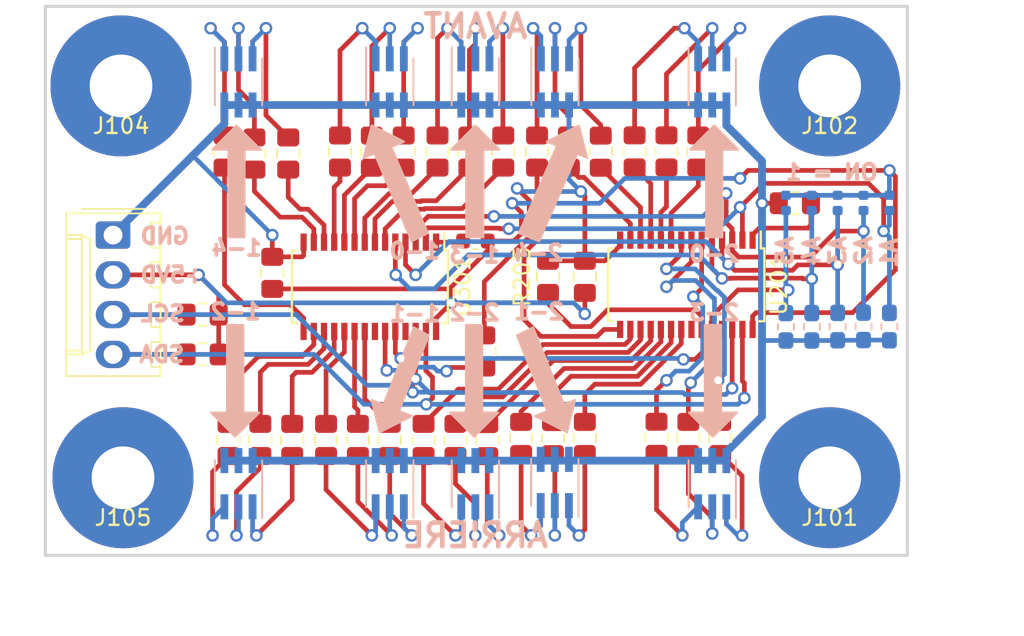
<source format=kicad_pcb>
(kicad_pcb (version 20171130) (host pcbnew 5.0.2+dfsg1-1~bpo9+1)
  (layers (0 F.Cu signal) (31 B.Cu signal) (34 B.Paste user) (35 F.Paste user) (36 B.SilkS user) (37 F.SilkS user) (38 B.Mask user) (39 F.Mask user) (44 Edge.Cuts user))
  (net 0 "")
  (net 1 +5VD)
  (net 2 GND)
  (net 3 "Net-(D201-Pad1)")
  (net 4 "Net-(D201-Pad2)")
  (net 5 "Net-(D201-Pad3)")
  (net 6 "Net-(D202-Pad1)")
  (net 7 "Net-(D202-Pad2)")
  (net 8 "Net-(D202-Pad3)")
  (net 9 "Net-(D203-Pad3)")
  (net 10 "Net-(D203-Pad2)")
  (net 11 "Net-(D203-Pad1)")
  (net 12 "Net-(D204-Pad3)")
  (net 13 "Net-(D204-Pad2)")
  (net 14 "Net-(D204-Pad1)")
  (net 15 "Net-(D205-Pad1)")
  (net 16 "Net-(D205-Pad2)")
  (net 17 "Net-(D205-Pad3)")
  (net 18 "Net-(D301-Pad1)")
  (net 19 "Net-(D301-Pad2)")
  (net 20 "Net-(D301-Pad3)")
  (net 21 "Net-(D302-Pad1)")
  (net 22 "Net-(D302-Pad2)")
  (net 23 "Net-(D302-Pad3)")
  (net 24 "Net-(D303-Pad3)")
  (net 25 "Net-(D303-Pad2)")
  (net 26 "Net-(D303-Pad1)")
  (net 27 "Net-(D304-Pad3)")
  (net 28 "Net-(D304-Pad2)")
  (net 29 "Net-(D304-Pad1)")
  (net 30 "Net-(D305-Pad3)")
  (net 31 "Net-(D305-Pad2)")
  (net 32 "Net-(D305-Pad1)")
  (net 33 /SCL)
  (net 34 /SDA)
  (net 35 "Net-(R205-Pad1)")
  (net 36 /RGB_PCA9685-1/B1)
  (net 37 /RGB_PCA9685-1/B3)
  (net 38 /RGB_PCA9685-1/V1)
  (net 39 /RGB_PCA9685-1/V3)
  (net 40 /RGB_PCA9685-1/R1)
  (net 41 /RGB_PCA9685-1/R3)
  (net 42 /RGB_PCA9685-1/B2)
  (net 43 /RGB_PCA9685-1/B4)
  (net 44 /RGB_PCA9685-1/B0)
  (net 45 /RGB_PCA9685-1/V2)
  (net 46 /RGB_PCA9685-1/V4)
  (net 47 /RGB_PCA9685-1/V0)
  (net 48 /RGB_PCA9685-1/R2)
  (net 49 /RGB_PCA9685-1/R4)
  (net 50 /RGB_PCA9685-1/R0)
  (net 51 "Net-(R301-Pad1)")
  (net 52 "Net-(R305-Pad1)")
  (net 53 /RGB_PCA9685-2/B1)
  (net 54 /RGB_PCA9685-2/B3)
  (net 55 /RGB_PCA9685-2/V1)
  (net 56 /RGB_PCA9685-2/V3)
  (net 57 /RGB_PCA9685-2/R1)
  (net 58 /RGB_PCA9685-2/R3)
  (net 59 /RGB_PCA9685-2/B2)
  (net 60 /RGB_PCA9685-2/B4)
  (net 61 /RGB_PCA9685-2/B0)
  (net 62 /RGB_PCA9685-2/V2)
  (net 63 /RGB_PCA9685-2/V4)
  (net 64 /RGB_PCA9685-2/V0)
  (net 65 /RGB_PCA9685-2/R2)
  (net 66 /RGB_PCA9685-2/R4)
  (net 67 /RGB_PCA9685-2/R0)
  (net 68 "Net-(R210-Pad1)")
  (net 69 /RGB_PCA9685-1/A1)
  (net 70 /RGB_PCA9685-1/A2)
  (net 71 /RGB_PCA9685-1/A3)
  (net 72 /RGB_PCA9685-1/A4)
  (net 73 /RGB_PCA9685-1/A5)
  (module Package_SO:TSSOP-28_4.4x9.7mm_P0.65mm (layer F.Cu) (at 202.438 66.294 270)
    (fp_text reference U201 (at 0 -5.9 270) (layer F.SilkS))
    (fp_text value PCA9685PW)
    (pad 1 smd rect (at -2.85 -4.225 270) (size 1.1 0.4) (layers F.Cu F.Paste F.Mask) (net 68 "Net-(R210-Pad1)"))
    (pad 2 smd rect (at -2.85 -3.575 270) (size 1.1 0.4) (layers F.Cu F.Paste F.Mask) (net 69 /RGB_PCA9685-1/A1))
    (pad 3 smd rect (at -2.85 -2.925 270) (size 1.1 0.4) (layers F.Cu F.Paste F.Mask) (net 70 /RGB_PCA9685-1/A2))
    (pad 4 smd rect (at -2.85 -2.275 270) (size 1.1 0.4) (layers F.Cu F.Paste F.Mask) (net 71 /RGB_PCA9685-1/A3))
    (pad 5 smd rect (at -2.85 -1.625 270) (size 1.1 0.4) (layers F.Cu F.Paste F.Mask) (net 72 /RGB_PCA9685-1/A4))
    (pad 6 smd rect (at -2.85 -0.975 270) (size 1.1 0.4) (layers F.Cu F.Paste F.Mask) (net 41 /RGB_PCA9685-1/R3))
    (pad 7 smd rect (at -2.85 -0.325 270) (size 1.1 0.4) (layers F.Cu F.Paste F.Mask) (net 39 /RGB_PCA9685-1/V3))
    (pad 8 smd rect (at -2.85 0.325 270) (size 1.1 0.4) (layers F.Cu F.Paste F.Mask) (net 37 /RGB_PCA9685-1/B3))
    (pad 9 smd rect (at -2.85 0.975 270) (size 1.1 0.4) (layers F.Cu F.Paste F.Mask) (net 50 /RGB_PCA9685-1/R0))
    (pad 10 smd rect (at -2.85 1.625 270) (size 1.1 0.4) (layers F.Cu F.Paste F.Mask) (net 47 /RGB_PCA9685-1/V0))
    (pad 11 smd rect (at -2.85 2.275 270) (size 1.1 0.4) (layers F.Cu F.Paste F.Mask) (net 44 /RGB_PCA9685-1/B0))
    (pad 12 smd rect (at -2.85 2.925 270) (size 1.1 0.4) (layers F.Cu F.Paste F.Mask) (net 49 /RGB_PCA9685-1/R4))
    (pad 13 smd rect (at -2.85 3.575 270) (size 1.1 0.4) (layers F.Cu F.Paste F.Mask) (net 46 /RGB_PCA9685-1/V4))
    (pad 14 smd rect (at -2.85 4.225 270) (size 1.1 0.4) (layers F.Cu F.Paste F.Mask) (net 2 GND))
    (pad 15 smd rect (at 2.85 4.225 270) (size 1.1 0.4) (layers F.Cu F.Paste F.Mask) (net 43 /RGB_PCA9685-1/B4))
    (pad 16 smd rect (at 2.85 3.575 270) (size 1.1 0.4) (layers F.Cu F.Paste F.Mask) (net 48 /RGB_PCA9685-1/R2))
    (pad 17 smd rect (at 2.85 2.925 270) (size 1.1 0.4) (layers F.Cu F.Paste F.Mask) (net 45 /RGB_PCA9685-1/V2))
    (pad 18 smd rect (at 2.85 2.275 270) (size 1.1 0.4) (layers F.Cu F.Paste F.Mask) (net 42 /RGB_PCA9685-1/B2))
    (pad 19 smd rect (at 2.85 1.625 270) (size 1.1 0.4) (layers F.Cu F.Paste F.Mask) (net 40 /RGB_PCA9685-1/R1))
    (pad 20 smd rect (at 2.85 0.975 270) (size 1.1 0.4) (layers F.Cu F.Paste F.Mask) (net 38 /RGB_PCA9685-1/V1))
    (pad 21 smd rect (at 2.85 0.325 270) (size 1.1 0.4) (layers F.Cu F.Paste F.Mask) (net 36 /RGB_PCA9685-1/B1))
    (pad 22 smd rect (at 2.85 -0.325 270) (size 1.1 0.4) (layers F.Cu F.Paste F.Mask))
    (pad 23 smd rect (at 2.85 -0.975 270) (size 1.1 0.4) (layers F.Cu F.Paste F.Mask) (net 35 "Net-(R205-Pad1)"))
    (pad 24 smd rect (at 2.85 -1.625 270) (size 1.1 0.4) (layers F.Cu F.Paste F.Mask) (net 73 /RGB_PCA9685-1/A5))
    (pad 25 smd rect (at 2.85 -2.275 270) (size 1.1 0.4) (layers F.Cu F.Paste F.Mask))
    (pad 26 smd rect (at 2.85 -2.925 270) (size 1.1 0.4) (layers F.Cu F.Paste F.Mask) (net 33 /SCL))
    (pad 27 smd rect (at 2.85 -3.575 270) (size 1.1 0.4) (layers F.Cu F.Paste F.Mask) (net 34 /SDA))
    (pad 28 smd rect (at 2.85 -4.225 270) (size 1.1 0.4) (layers F.Cu F.Paste F.Mask) (net 1 +5VD))
  )
  (module Capacitor_SMD:C_0805_2012Metric_Pad1.15x1.40mm_HandSolder (layer F.Cu) (at 195.961 65.786 90)
    (fp_text reference C201 hide)
    (fp_text value 100n)
    (pad 1 smd roundrect (at -1.025 0 90) (size 1.15 1.4) (layers F.Cu F.Paste F.Mask) (roundrect_rratio 0.217391) (net 1 +5VD))
    (pad 2 smd roundrect (at 1.025 0 90) (size 1.15 1.4) (layers F.Cu F.Paste F.Mask) (roundrect_rratio 0.217391) (net 2 GND))
  )
  (module Connector_Pin:Pin_D1.3mm_L11.0mm_LooseFit (layer F.Cu) (at 211.582 53.594)
    (fp_text reference J102 (at 0 2.55) (layer F.SilkS))
    (fp_text value Conn_01x01_Female)
    (pad 1 thru_hole circle (at 0 0) (size 9 9) (drill 4) (layers *.Cu *.Mask))
  )
  (module Capacitor_SMD:C_0805_2012Metric_Pad1.15x1.40mm_HandSolder (layer F.Cu) (at 176.022 65.532 90)
    (fp_text reference C301 hide)
    (fp_text value 100n)
    (pad 2 smd roundrect (at 1.025 0 90) (size 1.15 1.4) (layers F.Cu F.Paste F.Mask) (roundrect_rratio 0.217391) (net 2 GND))
    (pad 1 smd roundrect (at -1.025 0 90) (size 1.15 1.4) (layers F.Cu F.Paste F.Mask) (roundrect_rratio 0.217391) (net 1 +5VD))
  )
  (module LED_SMD:LED_Avago_PLCC6_3x2.8mm (layer B.Cu) (at 194.045 78.916 90)
    (fp_text reference D201 hide)
    (fp_text value ASMT-YTB7-0AA02 hide)
    (pad 1 smd rect (at -1.475 0.9 90) (size 1.6 0.5) (layers B.Cu B.Paste B.Mask) (net 3 "Net-(D201-Pad1)"))
    (pad 2 smd rect (at -1.475 0 90) (size 1.6 0.5) (layers B.Cu B.Paste B.Mask) (net 4 "Net-(D201-Pad2)"))
    (pad 3 smd rect (at -1.475 -0.9 90) (size 1.6 0.5) (layers B.Cu B.Paste B.Mask) (net 5 "Net-(D201-Pad3)"))
    (pad 4 smd rect (at 1.475 -0.9 90) (size 1.6 0.5) (layers B.Cu B.Paste B.Mask) (net 2 GND))
    (pad 5 smd rect (at 1.475 0 90) (size 1.6 0.5) (layers B.Cu B.Paste B.Mask) (net 2 GND))
    (pad 6 smd rect (at 1.475 0.9 90) (size 1.6 0.5) (layers B.Cu B.Paste B.Mask) (net 2 GND))
  )
  (module LED_SMD:LED_Avago_PLCC6_3x2.8mm (layer B.Cu) (at 204.089 78.994 90)
    (fp_text reference D202 hide)
    (fp_text value ASMT-YTB7-0AA02 hide)
    (pad 1 smd rect (at -1.475 0.9 90) (size 1.6 0.5) (layers B.Cu B.Paste B.Mask) (net 6 "Net-(D202-Pad1)"))
    (pad 2 smd rect (at -1.475 0 90) (size 1.6 0.5) (layers B.Cu B.Paste B.Mask) (net 7 "Net-(D202-Pad2)"))
    (pad 3 smd rect (at -1.475 -0.9 90) (size 1.6 0.5) (layers B.Cu B.Paste B.Mask) (net 8 "Net-(D202-Pad3)"))
    (pad 4 smd rect (at 1.475 -0.9 90) (size 1.6 0.5) (layers B.Cu B.Paste B.Mask) (net 2 GND))
    (pad 5 smd rect (at 1.475 0 90) (size 1.6 0.5) (layers B.Cu B.Paste B.Mask) (net 2 GND))
    (pad 6 smd rect (at 1.475 0.9 90) (size 1.6 0.5) (layers B.Cu B.Paste B.Mask) (net 2 GND))
  )
  (module LED_SMD:LED_Avago_PLCC6_3x2.8mm (layer B.Cu) (at 188.976 78.994 90)
    (fp_text reference D203 hide)
    (fp_text value ASMT-YTB7-0AA02 hide)
    (pad 6 smd rect (at 1.475 0.9 90) (size 1.6 0.5) (layers B.Cu B.Paste B.Mask) (net 2 GND))
    (pad 5 smd rect (at 1.475 0 90) (size 1.6 0.5) (layers B.Cu B.Paste B.Mask) (net 2 GND))
    (pad 4 smd rect (at 1.475 -0.9 90) (size 1.6 0.5) (layers B.Cu B.Paste B.Mask) (net 2 GND))
    (pad 3 smd rect (at -1.475 -0.9 90) (size 1.6 0.5) (layers B.Cu B.Paste B.Mask) (net 9 "Net-(D203-Pad3)"))
    (pad 2 smd rect (at -1.475 0 90) (size 1.6 0.5) (layers B.Cu B.Paste B.Mask) (net 10 "Net-(D203-Pad2)"))
    (pad 1 smd rect (at -1.475 0.9 90) (size 1.6 0.5) (layers B.Cu B.Paste B.Mask) (net 11 "Net-(D203-Pad1)"))
  )
  (module LED_SMD:LED_Avago_PLCC6_3x2.8mm (layer B.Cu) (at 194.056 53.34 270)
    (fp_text reference D204 hide)
    (fp_text value ASMT-YTB7-0AA02 hide)
    (pad 6 smd rect (at 1.475 0.9 270) (size 1.6 0.5) (layers B.Cu B.Paste B.Mask) (net 2 GND))
    (pad 5 smd rect (at 1.475 0 270) (size 1.6 0.5) (layers B.Cu B.Paste B.Mask) (net 2 GND))
    (pad 4 smd rect (at 1.475 -0.9 270) (size 1.6 0.5) (layers B.Cu B.Paste B.Mask) (net 2 GND))
    (pad 3 smd rect (at -1.475 -0.9 270) (size 1.6 0.5) (layers B.Cu B.Paste B.Mask) (net 12 "Net-(D204-Pad3)"))
    (pad 2 smd rect (at -1.475 0 270) (size 1.6 0.5) (layers B.Cu B.Paste B.Mask) (net 13 "Net-(D204-Pad2)"))
    (pad 1 smd rect (at -1.475 0.9 270) (size 1.6 0.5) (layers B.Cu B.Paste B.Mask) (net 14 "Net-(D204-Pad1)"))
  )
  (module LED_SMD:LED_Avago_PLCC6_3x2.8mm (layer B.Cu) (at 204.089 53.34 270)
    (fp_text reference D205 hide)
    (fp_text value ASMT-YTB7-0AA02 hide)
    (pad 1 smd rect (at -1.475 0.9 270) (size 1.6 0.5) (layers B.Cu B.Paste B.Mask) (net 15 "Net-(D205-Pad1)"))
    (pad 2 smd rect (at -1.475 0 270) (size 1.6 0.5) (layers B.Cu B.Paste B.Mask) (net 16 "Net-(D205-Pad2)"))
    (pad 3 smd rect (at -1.475 -0.9 270) (size 1.6 0.5) (layers B.Cu B.Paste B.Mask) (net 17 "Net-(D205-Pad3)"))
    (pad 4 smd rect (at 1.475 -0.9 270) (size 1.6 0.5) (layers B.Cu B.Paste B.Mask) (net 2 GND))
    (pad 5 smd rect (at 1.475 0 270) (size 1.6 0.5) (layers B.Cu B.Paste B.Mask) (net 2 GND))
    (pad 6 smd rect (at 1.475 0.9 270) (size 1.6 0.5) (layers B.Cu B.Paste B.Mask) (net 2 GND))
  )
  (module LED_SMD:LED_Avago_PLCC6_3x2.8mm (layer B.Cu) (at 183.515 78.994 90)
    (fp_text reference D301 hide)
    (fp_text value ASMT-YTB7-0AA02 hide)
    (pad 1 smd rect (at -1.475 0.9 90) (size 1.6 0.5) (layers B.Cu B.Paste B.Mask) (net 18 "Net-(D301-Pad1)"))
    (pad 2 smd rect (at -1.475 0 90) (size 1.6 0.5) (layers B.Cu B.Paste B.Mask) (net 19 "Net-(D301-Pad2)"))
    (pad 3 smd rect (at -1.475 -0.9 90) (size 1.6 0.5) (layers B.Cu B.Paste B.Mask) (net 20 "Net-(D301-Pad3)"))
    (pad 4 smd rect (at 1.475 -0.9 90) (size 1.6 0.5) (layers B.Cu B.Paste B.Mask) (net 2 GND))
    (pad 5 smd rect (at 1.475 0 90) (size 1.6 0.5) (layers B.Cu B.Paste B.Mask) (net 2 GND))
    (pad 6 smd rect (at 1.475 0.9 90) (size 1.6 0.5) (layers B.Cu B.Paste B.Mask) (net 2 GND))
  )
  (module LED_SMD:LED_Avago_PLCC6_3x2.8mm (layer B.Cu) (at 188.976 53.34 270)
    (fp_text reference D302 hide)
    (fp_text value ASMT-YTB7-0AA02 hide)
    (pad 1 smd rect (at -1.475 0.9 270) (size 1.6 0.5) (layers B.Cu B.Paste B.Mask) (net 21 "Net-(D302-Pad1)"))
    (pad 2 smd rect (at -1.475 0 270) (size 1.6 0.5) (layers B.Cu B.Paste B.Mask) (net 22 "Net-(D302-Pad2)"))
    (pad 3 smd rect (at -1.475 -0.9 270) (size 1.6 0.5) (layers B.Cu B.Paste B.Mask) (net 23 "Net-(D302-Pad3)"))
    (pad 4 smd rect (at 1.475 -0.9 270) (size 1.6 0.5) (layers B.Cu B.Paste B.Mask) (net 2 GND))
    (pad 5 smd rect (at 1.475 0 270) (size 1.6 0.5) (layers B.Cu B.Paste B.Mask) (net 2 GND))
    (pad 6 smd rect (at 1.475 0.9 270) (size 1.6 0.5) (layers B.Cu B.Paste B.Mask) (net 2 GND))
  )
  (module LED_SMD:LED_Avago_PLCC6_3x2.8mm (layer B.Cu) (at 173.863 78.994 90)
    (fp_text reference D303 hide)
    (fp_text value ASMT-YTB7-0AA02 hide)
    (pad 6 smd rect (at 1.475 0.9 90) (size 1.6 0.5) (layers B.Cu B.Paste B.Mask) (net 2 GND))
    (pad 5 smd rect (at 1.475 0 90) (size 1.6 0.5) (layers B.Cu B.Paste B.Mask) (net 2 GND))
    (pad 4 smd rect (at 1.475 -0.9 90) (size 1.6 0.5) (layers B.Cu B.Paste B.Mask) (net 2 GND))
    (pad 3 smd rect (at -1.475 -0.9 90) (size 1.6 0.5) (layers B.Cu B.Paste B.Mask) (net 24 "Net-(D303-Pad3)"))
    (pad 2 smd rect (at -1.475 0 90) (size 1.6 0.5) (layers B.Cu B.Paste B.Mask) (net 25 "Net-(D303-Pad2)"))
    (pad 1 smd rect (at -1.475 0.9 90) (size 1.6 0.5) (layers B.Cu B.Paste B.Mask) (net 26 "Net-(D303-Pad1)"))
  )
  (module LED_SMD:LED_Avago_PLCC6_3x2.8mm (layer B.Cu) (at 173.863 53.34 270)
    (fp_text reference D304 hide)
    (fp_text value ASMT-YTB7-0AA02 hide)
    (pad 6 smd rect (at 1.475 0.9 270) (size 1.6 0.5) (layers B.Cu B.Paste B.Mask) (net 2 GND))
    (pad 5 smd rect (at 1.475 0 270) (size 1.6 0.5) (layers B.Cu B.Paste B.Mask) (net 2 GND))
    (pad 4 smd rect (at 1.475 -0.9 270) (size 1.6 0.5) (layers B.Cu B.Paste B.Mask) (net 2 GND))
    (pad 3 smd rect (at -1.475 -0.9 270) (size 1.6 0.5) (layers B.Cu B.Paste B.Mask) (net 27 "Net-(D304-Pad3)"))
    (pad 2 smd rect (at -1.475 0 270) (size 1.6 0.5) (layers B.Cu B.Paste B.Mask) (net 28 "Net-(D304-Pad2)"))
    (pad 1 smd rect (at -1.475 0.9 270) (size 1.6 0.5) (layers B.Cu B.Paste B.Mask) (net 29 "Net-(D304-Pad1)"))
  )
  (module LED_SMD:LED_Avago_PLCC6_3x2.8mm (layer B.Cu) (at 183.515 53.34 270)
    (fp_text reference D305 hide)
    (fp_text value ASMT-YTB7-0AA02 hide)
    (pad 6 smd rect (at 1.475 0.9 270) (size 1.6 0.5) (layers B.Cu B.Paste B.Mask) (net 2 GND))
    (pad 5 smd rect (at 1.475 0 270) (size 1.6 0.5) (layers B.Cu B.Paste B.Mask) (net 2 GND))
    (pad 4 smd rect (at 1.475 -0.9 270) (size 1.6 0.5) (layers B.Cu B.Paste B.Mask) (net 2 GND))
    (pad 3 smd rect (at -1.475 -0.9 270) (size 1.6 0.5) (layers B.Cu B.Paste B.Mask) (net 30 "Net-(D305-Pad3)"))
    (pad 2 smd rect (at -1.475 0 270) (size 1.6 0.5) (layers B.Cu B.Paste B.Mask) (net 31 "Net-(D305-Pad2)"))
    (pad 1 smd rect (at -1.475 0.9 270) (size 1.6 0.5) (layers B.Cu B.Paste B.Mask) (net 32 "Net-(D305-Pad1)"))
  )
  (module Connector_Pin:Pin_D1.3mm_L11.0mm_LooseFit (layer F.Cu) (at 211.582 78.613)
    (fp_text reference J101 (at 0 2.55) (layer F.SilkS))
    (fp_text value Conn_01x01_Female)
    (pad 1 thru_hole circle (at 0 0) (size 9 9) (drill 4) (layers *.Cu *.Mask))
  )
  (module Connector_Molex:Molex_KK-254_AE-6410-04A_1x04_P2.54mm_Vertical (layer F.Cu) (at 165.862 63.119 270)
    (fp_text reference J103 hide)
    (fp_text value Conn_01x04)
    (pad 1 thru_hole roundrect (at 0 0 270) (size 1.74 2.2) (drill 1.2) (layers *.Cu *.Mask) (roundrect_rratio 0.143678) (net 2 GND))
    (pad 2 thru_hole oval (at 2.54 0 270) (size 1.74 2.2) (drill 1.2) (layers *.Cu *.Mask) (net 1 +5VD))
    (pad 3 thru_hole oval (at 5.08 0 270) (size 1.74 2.2) (drill 1.2) (layers *.Cu *.Mask) (net 33 /SCL))
    (pad 4 thru_hole oval (at 7.62 0 270) (size 1.74 2.2) (drill 1.2) (layers *.Cu *.Mask) (net 34 /SDA))
  )
  (module Connector_Pin:Pin_D1.3mm_L11.0mm_LooseFit (layer F.Cu) (at 166.37 53.594)
    (fp_text reference J104 (at 0 2.55) (layer F.SilkS))
    (fp_text value Conn_01x01_Female)
    (pad 1 thru_hole circle (at 0 0) (size 9 9) (drill 4) (layers *.Cu *.Mask))
  )
  (module Connector_Pin:Pin_D1.3mm_L11.0mm_LooseFit (layer F.Cu) (at 166.497 78.613)
    (fp_text reference J105 (at 0 2.55) (layer F.SilkS))
    (fp_text value Conn_01x01_Female)
    (pad 1 thru_hole circle (at 0 0) (size 9 9) (drill 4) (layers *.Cu *.Mask))
  )
  (module Resistor_SMD:R_0805_2012Metric_Pad1.15x1.40mm_HandSolder (layer F.Cu) (at 195.961 76.073 90)
    (fp_text reference R211 hide)
    (fp_text value R)
    (pad 2 smd roundrect (at 1.025 0 90) (size 1.15 1.4) (layers F.Cu F.Paste F.Mask) (roundrect_rratio 0.217391) (net 36 /RGB_PCA9685-1/B1))
    (pad 1 smd roundrect (at -1.025 0 90) (size 1.15 1.4) (layers F.Cu F.Paste F.Mask) (roundrect_rratio 0.217391) (net 3 "Net-(D201-Pad1)"))
  )
  (module Resistor_SMD:R_0805_2012Metric_Pad1.15x1.40mm_HandSolder (layer F.Cu) (at 204.597 76.073 90)
    (fp_text reference R212 hide)
    (fp_text value R)
    (pad 2 smd roundrect (at 1.025 0 90) (size 1.15 1.4) (layers F.Cu F.Paste F.Mask) (roundrect_rratio 0.217391) (net 37 /RGB_PCA9685-1/B3))
    (pad 1 smd roundrect (at -1.025 0 90) (size 1.15 1.4) (layers F.Cu F.Paste F.Mask) (roundrect_rratio 0.217391) (net 6 "Net-(D202-Pad1)"))
  )
  (module Resistor_SMD:R_0805_2012Metric_Pad1.15x1.40mm_HandSolder (layer F.Cu) (at 193.929 76.082 90)
    (fp_text reference R213 hide)
    (fp_text value R)
    (pad 1 smd roundrect (at -1.025 0 90) (size 1.15 1.4) (layers F.Cu F.Paste F.Mask) (roundrect_rratio 0.217391) (net 4 "Net-(D201-Pad2)"))
    (pad 2 smd roundrect (at 1.025 0 90) (size 1.15 1.4) (layers F.Cu F.Paste F.Mask) (roundrect_rratio 0.217391) (net 38 /RGB_PCA9685-1/V1))
  )
  (module Resistor_SMD:R_0805_2012Metric_Pad1.15x1.40mm_HandSolder (layer F.Cu) (at 202.565 76.073 90)
    (fp_text reference R214 hide)
    (fp_text value R)
    (pad 1 smd roundrect (at -1.025 0 90) (size 1.15 1.4) (layers F.Cu F.Paste F.Mask) (roundrect_rratio 0.217391) (net 7 "Net-(D202-Pad2)"))
    (pad 2 smd roundrect (at 1.025 0 90) (size 1.15 1.4) (layers F.Cu F.Paste F.Mask) (roundrect_rratio 0.217391) (net 39 /RGB_PCA9685-1/V3))
  )
  (module Resistor_SMD:R_0805_2012Metric_Pad1.15x1.40mm_HandSolder (layer F.Cu) (at 191.897 76.073 90)
    (fp_text reference R215 hide)
    (fp_text value R)
    (pad 2 smd roundrect (at 1.025 0 90) (size 1.15 1.4) (layers F.Cu F.Paste F.Mask) (roundrect_rratio 0.217391) (net 40 /RGB_PCA9685-1/R1))
    (pad 1 smd roundrect (at -1.025 0 90) (size 1.15 1.4) (layers F.Cu F.Paste F.Mask) (roundrect_rratio 0.217391) (net 5 "Net-(D201-Pad3)"))
  )
  (module Resistor_SMD:R_0805_2012Metric_Pad1.15x1.40mm_HandSolder (layer F.Cu) (at 200.533 76.064 90)
    (fp_text reference R216 hide)
    (fp_text value R)
    (pad 2 smd roundrect (at 1.025 0 90) (size 1.15 1.4) (layers F.Cu F.Paste F.Mask) (roundrect_rratio 0.217391) (net 41 /RGB_PCA9685-1/R3))
    (pad 1 smd roundrect (at -1.025 0 90) (size 1.15 1.4) (layers F.Cu F.Paste F.Mask) (roundrect_rratio 0.217391) (net 8 "Net-(D202-Pad3)"))
  )
  (module Resistor_SMD:R_0805_2012Metric_Pad1.15x1.40mm_HandSolder (layer F.Cu) (at 189.738 76.209 90)
    (fp_text reference R217 hide)
    (fp_text value R)
    (pad 2 smd roundrect (at 1.025 0 90) (size 1.15 1.4) (layers F.Cu F.Paste F.Mask) (roundrect_rratio 0.217391) (net 42 /RGB_PCA9685-1/B2))
    (pad 1 smd roundrect (at -1.025 0 90) (size 1.15 1.4) (layers F.Cu F.Paste F.Mask) (roundrect_rratio 0.217391) (net 11 "Net-(D203-Pad1)"))
  )
  (module Resistor_SMD:R_0805_2012Metric_Pad1.15x1.40mm_HandSolder (layer F.Cu) (at 192.913 57.785 270)
    (fp_text reference R218 hide)
    (fp_text value R)
    (pad 2 smd roundrect (at 1.025 0 270) (size 1.15 1.4) (layers F.Cu F.Paste F.Mask) (roundrect_rratio 0.217391) (net 43 /RGB_PCA9685-1/B4))
    (pad 1 smd roundrect (at -1.025 0 270) (size 1.15 1.4) (layers F.Cu F.Paste F.Mask) (roundrect_rratio 0.217391) (net 14 "Net-(D204-Pad1)"))
  )
  (module Resistor_SMD:R_0805_2012Metric_Pad1.15x1.40mm_HandSolder (layer F.Cu) (at 199.136 57.776 270)
    (fp_text reference R219 hide)
    (fp_text value R)
    (pad 2 smd roundrect (at 1.025 0 270) (size 1.15 1.4) (layers F.Cu F.Paste F.Mask) (roundrect_rratio 0.217391) (net 44 /RGB_PCA9685-1/B0))
    (pad 1 smd roundrect (at -1.025 0 270) (size 1.15 1.4) (layers F.Cu F.Paste F.Mask) (roundrect_rratio 0.217391) (net 15 "Net-(D205-Pad1)"))
  )
  (module Resistor_SMD:R_0805_2012Metric_Pad1.15x1.40mm_HandSolder (layer F.Cu) (at 187.706 76.2 90)
    (fp_text reference R220 hide)
    (fp_text value R)
    (pad 2 smd roundrect (at 1.025 0 90) (size 1.15 1.4) (layers F.Cu F.Paste F.Mask) (roundrect_rratio 0.217391) (net 45 /RGB_PCA9685-1/V2))
    (pad 1 smd roundrect (at -1.025 0 90) (size 1.15 1.4) (layers F.Cu F.Paste F.Mask) (roundrect_rratio 0.217391) (net 10 "Net-(D203-Pad2)"))
  )
  (module Resistor_SMD:R_0805_2012Metric_Pad1.15x1.40mm_HandSolder (layer F.Cu) (at 194.945 57.785 270)
    (fp_text reference R221 hide)
    (fp_text value R)
    (pad 1 smd roundrect (at -1.025 0 270) (size 1.15 1.4) (layers F.Cu F.Paste F.Mask) (roundrect_rratio 0.217391) (net 13 "Net-(D204-Pad2)"))
    (pad 2 smd roundrect (at 1.025 0 270) (size 1.15 1.4) (layers F.Cu F.Paste F.Mask) (roundrect_rratio 0.217391) (net 46 /RGB_PCA9685-1/V4))
  )
  (module Resistor_SMD:R_0805_2012Metric_Pad1.15x1.40mm_HandSolder (layer F.Cu) (at 201.168 57.776 270)
    (fp_text reference R222 hide)
    (fp_text value R)
    (pad 1 smd roundrect (at -1.025 0 270) (size 1.15 1.4) (layers F.Cu F.Paste F.Mask) (roundrect_rratio 0.217391) (net 16 "Net-(D205-Pad2)"))
    (pad 2 smd roundrect (at 1.025 0 270) (size 1.15 1.4) (layers F.Cu F.Paste F.Mask) (roundrect_rratio 0.217391) (net 47 /RGB_PCA9685-1/V0))
  )
  (module Resistor_SMD:R_0805_2012Metric_Pad1.15x1.40mm_HandSolder (layer F.Cu) (at 185.674 76.2 90)
    (fp_text reference R223 hide)
    (fp_text value R)
    (pad 1 smd roundrect (at -1.025 0 90) (size 1.15 1.4) (layers F.Cu F.Paste F.Mask) (roundrect_rratio 0.217391) (net 9 "Net-(D203-Pad3)"))
    (pad 2 smd roundrect (at 1.025 0 90) (size 1.15 1.4) (layers F.Cu F.Paste F.Mask) (roundrect_rratio 0.217391) (net 48 /RGB_PCA9685-1/R2))
  )
  (module Resistor_SMD:R_0805_2012Metric_Pad1.15x1.40mm_HandSolder (layer F.Cu) (at 196.977 57.794 270)
    (fp_text reference R224 hide)
    (fp_text value R)
    (pad 2 smd roundrect (at 1.025 0 270) (size 1.15 1.4) (layers F.Cu F.Paste F.Mask) (roundrect_rratio 0.217391) (net 49 /RGB_PCA9685-1/R4))
    (pad 1 smd roundrect (at -1.025 0 270) (size 1.15 1.4) (layers F.Cu F.Paste F.Mask) (roundrect_rratio 0.217391) (net 12 "Net-(D204-Pad3)"))
  )
  (module Resistor_SMD:R_0805_2012Metric_Pad1.15x1.40mm_HandSolder (layer F.Cu) (at 203.2 57.785 270)
    (fp_text reference R225 hide)
    (fp_text value R)
    (pad 2 smd roundrect (at 1.025 0 270) (size 1.15 1.4) (layers F.Cu F.Paste F.Mask) (roundrect_rratio 0.217391) (net 50 /RGB_PCA9685-1/R0))
    (pad 1 smd roundrect (at -1.025 0 270) (size 1.15 1.4) (layers F.Cu F.Paste F.Mask) (roundrect_rratio 0.217391) (net 17 "Net-(D205-Pad3)"))
  )
  (module Resistor_SMD:R_0805_2012Metric_Pad1.15x1.40mm_HandSolder (layer F.Cu) (at 183.515 76.2 90)
    (fp_text reference R311 hide)
    (fp_text value R)
    (pad 1 smd roundrect (at -1.025 0 90) (size 1.15 1.4) (layers F.Cu F.Paste F.Mask) (roundrect_rratio 0.217391) (net 18 "Net-(D301-Pad1)"))
    (pad 2 smd roundrect (at 1.025 0 90) (size 1.15 1.4) (layers F.Cu F.Paste F.Mask) (roundrect_rratio 0.217391) (net 53 /RGB_PCA9685-2/B1))
  )
  (module Resistor_SMD:R_0805_2012Metric_Pad1.15x1.40mm_HandSolder (layer F.Cu) (at 186.563 57.785 270)
    (fp_text reference R312 hide)
    (fp_text value R)
    (pad 1 smd roundrect (at -1.025 0 270) (size 1.15 1.4) (layers F.Cu F.Paste F.Mask) (roundrect_rratio 0.217391) (net 21 "Net-(D302-Pad1)"))
    (pad 2 smd roundrect (at 1.025 0 270) (size 1.15 1.4) (layers F.Cu F.Paste F.Mask) (roundrect_rratio 0.217391) (net 54 /RGB_PCA9685-2/B3))
  )
  (module Resistor_SMD:R_0805_2012Metric_Pad1.15x1.40mm_HandSolder (layer F.Cu) (at 181.483 76.2 90)
    (fp_text reference R313 hide)
    (fp_text value R)
    (pad 2 smd roundrect (at 1.025 0 90) (size 1.15 1.4) (layers F.Cu F.Paste F.Mask) (roundrect_rratio 0.217391) (net 55 /RGB_PCA9685-2/V1))
    (pad 1 smd roundrect (at -1.025 0 90) (size 1.15 1.4) (layers F.Cu F.Paste F.Mask) (roundrect_rratio 0.217391) (net 19 "Net-(D301-Pad2)"))
  )
  (module Resistor_SMD:R_0805_2012Metric_Pad1.15x1.40mm_HandSolder (layer F.Cu) (at 188.595 57.785 270)
    (fp_text reference R314 hide)
    (fp_text value R)
    (pad 2 smd roundrect (at 1.025 0 270) (size 1.15 1.4) (layers F.Cu F.Paste F.Mask) (roundrect_rratio 0.217391) (net 56 /RGB_PCA9685-2/V3))
    (pad 1 smd roundrect (at -1.025 0 270) (size 1.15 1.4) (layers F.Cu F.Paste F.Mask) (roundrect_rratio 0.217391) (net 22 "Net-(D302-Pad2)"))
  )
  (module Resistor_SMD:R_0805_2012Metric_Pad1.15x1.40mm_HandSolder (layer F.Cu) (at 179.451 76.2 90)
    (fp_text reference R315 hide)
    (fp_text value R)
    (pad 1 smd roundrect (at -1.025 0 90) (size 1.15 1.4) (layers F.Cu F.Paste F.Mask) (roundrect_rratio 0.217391) (net 20 "Net-(D301-Pad3)"))
    (pad 2 smd roundrect (at 1.025 0 90) (size 1.15 1.4) (layers F.Cu F.Paste F.Mask) (roundrect_rratio 0.217391) (net 57 /RGB_PCA9685-2/R1))
  )
  (module Resistor_SMD:R_0805_2012Metric_Pad1.15x1.40mm_HandSolder (layer F.Cu) (at 190.754 57.785 270)
    (fp_text reference R316 hide)
    (fp_text value R)
    (pad 2 smd roundrect (at 1.025 0 270) (size 1.15 1.4) (layers F.Cu F.Paste F.Mask) (roundrect_rratio 0.217391) (net 58 /RGB_PCA9685-2/R3))
    (pad 1 smd roundrect (at -1.025 0 270) (size 1.15 1.4) (layers F.Cu F.Paste F.Mask) (roundrect_rratio 0.217391) (net 23 "Net-(D302-Pad3)"))
  )
  (module Resistor_SMD:R_0805_2012Metric_Pad1.15x1.40mm_HandSolder (layer F.Cu) (at 177.292 76.2 90)
    (fp_text reference R317 hide)
    (fp_text value R)
    (pad 1 smd roundrect (at -1.025 0 90) (size 1.15 1.4) (layers F.Cu F.Paste F.Mask) (roundrect_rratio 0.217391) (net 26 "Net-(D303-Pad1)"))
    (pad 2 smd roundrect (at 1.025 0 90) (size 1.15 1.4) (layers F.Cu F.Paste F.Mask) (roundrect_rratio 0.217391) (net 59 /RGB_PCA9685-2/B2))
  )
  (module Resistor_SMD:R_0805_2012Metric_Pad1.15x1.40mm_HandSolder (layer F.Cu) (at 172.974 57.785 270)
    (fp_text reference R318 hide)
    (fp_text value R)
    (pad 2 smd roundrect (at 1.025 0 270) (size 1.15 1.4) (layers F.Cu F.Paste F.Mask) (roundrect_rratio 0.217391) (net 60 /RGB_PCA9685-2/B4))
    (pad 1 smd roundrect (at -1.025 0 270) (size 1.15 1.4) (layers F.Cu F.Paste F.Mask) (roundrect_rratio 0.217391) (net 29 "Net-(D304-Pad1)"))
  )
  (module Resistor_SMD:R_0805_2012Metric_Pad1.15x1.40mm_HandSolder (layer F.Cu) (at 180.34 57.785 270)
    (fp_text reference R319 hide)
    (fp_text value R)
    (pad 1 smd roundrect (at -1.025 0 270) (size 1.15 1.4) (layers F.Cu F.Paste F.Mask) (roundrect_rratio 0.217391) (net 32 "Net-(D305-Pad1)"))
    (pad 2 smd roundrect (at 1.025 0 270) (size 1.15 1.4) (layers F.Cu F.Paste F.Mask) (roundrect_rratio 0.217391) (net 61 /RGB_PCA9685-2/B0))
  )
  (module Resistor_SMD:R_0805_2012Metric_Pad1.15x1.40mm_HandSolder (layer F.Cu) (at 175.26 76.2 90)
    (fp_text reference R320 hide)
    (fp_text value R)
    (pad 2 smd roundrect (at 1.025 0 90) (size 1.15 1.4) (layers F.Cu F.Paste F.Mask) (roundrect_rratio 0.217391) (net 62 /RGB_PCA9685-2/V2))
    (pad 1 smd roundrect (at -1.025 0 90) (size 1.15 1.4) (layers F.Cu F.Paste F.Mask) (roundrect_rratio 0.217391) (net 25 "Net-(D303-Pad2)"))
  )
  (module Resistor_SMD:R_0805_2012Metric_Pad1.15x1.40mm_HandSolder (layer F.Cu) (at 174.879 57.912 270)
    (fp_text reference R321 hide)
    (fp_text value R)
    (pad 1 smd roundrect (at -1.025 0 270) (size 1.15 1.4) (layers F.Cu F.Paste F.Mask) (roundrect_rratio 0.217391) (net 28 "Net-(D304-Pad2)"))
    (pad 2 smd roundrect (at 1.025 0 270) (size 1.15 1.4) (layers F.Cu F.Paste F.Mask) (roundrect_rratio 0.217391) (net 63 /RGB_PCA9685-2/V4))
  )
  (module Resistor_SMD:R_0805_2012Metric_Pad1.15x1.40mm_HandSolder (layer F.Cu) (at 182.372 57.794 270)
    (fp_text reference R322 hide)
    (fp_text value R)
    (pad 2 smd roundrect (at 1.025 0 270) (size 1.15 1.4) (layers F.Cu F.Paste F.Mask) (roundrect_rratio 0.217391) (net 64 /RGB_PCA9685-2/V0))
    (pad 1 smd roundrect (at -1.025 0 270) (size 1.15 1.4) (layers F.Cu F.Paste F.Mask) (roundrect_rratio 0.217391) (net 31 "Net-(D305-Pad2)"))
  )
  (module Resistor_SMD:R_0805_2012Metric_Pad1.15x1.40mm_HandSolder (layer F.Cu) (at 173.228 76.2 90)
    (fp_text reference R323 hide)
    (fp_text value R)
    (pad 1 smd roundrect (at -1.025 0 90) (size 1.15 1.4) (layers F.Cu F.Paste F.Mask) (roundrect_rratio 0.217391) (net 24 "Net-(D303-Pad3)"))
    (pad 2 smd roundrect (at 1.025 0 90) (size 1.15 1.4) (layers F.Cu F.Paste F.Mask) (roundrect_rratio 0.217391) (net 65 /RGB_PCA9685-2/R2))
  )
  (module Resistor_SMD:R_0805_2012Metric_Pad1.15x1.40mm_HandSolder (layer F.Cu) (at 177.038 57.912 270)
    (fp_text reference R324 hide)
    (fp_text value R)
    (pad 2 smd roundrect (at 1.025 0 270) (size 1.15 1.4) (layers F.Cu F.Paste F.Mask) (roundrect_rratio 0.217391) (net 66 /RGB_PCA9685-2/R4))
    (pad 1 smd roundrect (at -1.025 0 270) (size 1.15 1.4) (layers F.Cu F.Paste F.Mask) (roundrect_rratio 0.217391) (net 27 "Net-(D304-Pad3)"))
  )
  (module Resistor_SMD:R_0805_2012Metric_Pad1.15x1.40mm_HandSolder (layer F.Cu) (at 184.404 57.785 270)
    (fp_text reference R325 hide)
    (fp_text value R)
    (pad 1 smd roundrect (at -1.025 0 270) (size 1.15 1.4) (layers F.Cu F.Paste F.Mask) (roundrect_rratio 0.217391) (net 30 "Net-(D305-Pad3)"))
    (pad 2 smd roundrect (at 1.025 0 270) (size 1.15 1.4) (layers F.Cu F.Paste F.Mask) (roundrect_rratio 0.217391) (net 67 /RGB_PCA9685-2/R0))
  )
  (module Package_SO:TSSOP-28_4.4x9.7mm_P0.65mm (layer F.Cu) (at 182.245 66.421 270)
    (fp_text reference U301 (at 0 -5.9 270) (layer F.SilkS))
    (fp_text value PCA9685PW)
    (pad 28 smd rect (at 2.85 -4.225 270) (size 1.1 0.4) (layers F.Cu F.Paste F.Mask) (net 1 +5VD))
    (pad 27 smd rect (at 2.85 -3.575 270) (size 1.1 0.4) (layers F.Cu F.Paste F.Mask) (net 34 /SDA))
    (pad 26 smd rect (at 2.85 -2.925 270) (size 1.1 0.4) (layers F.Cu F.Paste F.Mask) (net 33 /SCL))
    (pad 25 smd rect (at 2.85 -2.275 270) (size 1.1 0.4) (layers F.Cu F.Paste F.Mask))
    (pad 24 smd rect (at 2.85 -1.625 270) (size 1.1 0.4) (layers F.Cu F.Paste F.Mask) (net 73 /RGB_PCA9685-1/A5))
    (pad 23 smd rect (at 2.85 -0.975 270) (size 1.1 0.4) (layers F.Cu F.Paste F.Mask) (net 52 "Net-(R305-Pad1)"))
    (pad 22 smd rect (at 2.85 -0.325 270) (size 1.1 0.4) (layers F.Cu F.Paste F.Mask))
    (pad 21 smd rect (at 2.85 0.325 270) (size 1.1 0.4) (layers F.Cu F.Paste F.Mask) (net 53 /RGB_PCA9685-2/B1))
    (pad 20 smd rect (at 2.85 0.975 270) (size 1.1 0.4) (layers F.Cu F.Paste F.Mask) (net 55 /RGB_PCA9685-2/V1))
    (pad 19 smd rect (at 2.85 1.625 270) (size 1.1 0.4) (layers F.Cu F.Paste F.Mask) (net 57 /RGB_PCA9685-2/R1))
    (pad 18 smd rect (at 2.85 2.275 270) (size 1.1 0.4) (layers F.Cu F.Paste F.Mask) (net 59 /RGB_PCA9685-2/B2))
    (pad 17 smd rect (at 2.85 2.925 270) (size 1.1 0.4) (layers F.Cu F.Paste F.Mask) (net 62 /RGB_PCA9685-2/V2))
    (pad 16 smd rect (at 2.85 3.575 270) (size 1.1 0.4) (layers F.Cu F.Paste F.Mask) (net 65 /RGB_PCA9685-2/R2))
    (pad 15 smd rect (at 2.85 4.225 270) (size 1.1 0.4) (layers F.Cu F.Paste F.Mask) (net 60 /RGB_PCA9685-2/B4))
    (pad 14 smd rect (at -2.85 4.225 270) (size 1.1 0.4) (layers F.Cu F.Paste F.Mask) (net 2 GND))
    (pad 13 smd rect (at -2.85 3.575 270) (size 1.1 0.4) (layers F.Cu F.Paste F.Mask) (net 63 /RGB_PCA9685-2/V4))
    (pad 12 smd rect (at -2.85 2.925 270) (size 1.1 0.4) (layers F.Cu F.Paste F.Mask) (net 66 /RGB_PCA9685-2/R4))
    (pad 11 smd rect (at -2.85 2.275 270) (size 1.1 0.4) (layers F.Cu F.Paste F.Mask) (net 61 /RGB_PCA9685-2/B0))
    (pad 10 smd rect (at -2.85 1.625 270) (size 1.1 0.4) (layers F.Cu F.Paste F.Mask) (net 64 /RGB_PCA9685-2/V0))
    (pad 9 smd rect (at -2.85 0.975 270) (size 1.1 0.4) (layers F.Cu F.Paste F.Mask) (net 67 /RGB_PCA9685-2/R0))
    (pad 8 smd rect (at -2.85 0.325 270) (size 1.1 0.4) (layers F.Cu F.Paste F.Mask) (net 54 /RGB_PCA9685-2/B3))
    (pad 7 smd rect (at -2.85 -0.325 270) (size 1.1 0.4) (layers F.Cu F.Paste F.Mask) (net 56 /RGB_PCA9685-2/V3))
    (pad 6 smd rect (at -2.85 -0.975 270) (size 1.1 0.4) (layers F.Cu F.Paste F.Mask) (net 58 /RGB_PCA9685-2/R3))
    (pad 5 smd rect (at -2.85 -1.625 270) (size 1.1 0.4) (layers F.Cu F.Paste F.Mask) (net 72 /RGB_PCA9685-1/A4))
    (pad 4 smd rect (at -2.85 -2.275 270) (size 1.1 0.4) (layers F.Cu F.Paste F.Mask) (net 71 /RGB_PCA9685-1/A3))
    (pad 3 smd rect (at -2.85 -2.925 270) (size 1.1 0.4) (layers F.Cu F.Paste F.Mask) (net 70 /RGB_PCA9685-1/A2))
    (pad 2 smd rect (at -2.85 -3.575 270) (size 1.1 0.4) (layers F.Cu F.Paste F.Mask) (net 69 /RGB_PCA9685-1/A1))
    (pad 1 smd rect (at -2.85 -4.225 270) (size 1.1 0.4) (layers F.Cu F.Paste F.Mask) (net 51 "Net-(R301-Pad1)"))
  )
  (module Resistor_SMD:R_0402_1005Metric (layer B.Cu) (at 215.392 61.064 270)
    (fp_text reference R101 hide)
    (fp_text value 0 hide)
    (pad 1 smd roundrect (at -0.485 0 270) (size 0.59 0.64) (layers B.Cu B.Paste B.Mask) (net 1 +5VD))
    (pad 2 smd roundrect (at 0.485 0 270) (size 0.59 0.64) (layers B.Cu B.Paste B.Mask) (net 69 /RGB_PCA9685-1/A1))
  )
  (module Resistor_SMD:R_0603_1608Metric_Pad1.05x0.95mm_HandSolder (layer B.Cu) (at 215.392 68.961 270)
    (fp_text reference R102 hide)
    (fp_text value 47k hide)
    (pad 2 smd roundrect (at 0.875 0 270) (size 1.05 0.95) (layers B.Cu B.Paste B.Mask) (net 2 GND))
    (pad 1 smd roundrect (at -0.875 0 270) (size 1.05 0.95) (layers B.Cu B.Paste B.Mask) (net 69 /RGB_PCA9685-1/A1))
  )
  (module Resistor_SMD:R_0402_1005Metric (layer B.Cu) (at 213.741 61.064 270)
    (fp_text reference R103 hide)
    (fp_text value 0 hide)
    (pad 2 smd roundrect (at 0.485 0 270) (size 0.59 0.64) (layers B.Cu B.Paste B.Mask) (net 70 /RGB_PCA9685-1/A2))
    (pad 1 smd roundrect (at -0.485 0 270) (size 0.59 0.64) (layers B.Cu B.Paste B.Mask) (net 1 +5VD))
  )
  (module Resistor_SMD:R_0603_1608Metric_Pad1.05x0.95mm_HandSolder (layer B.Cu) (at 213.741 68.947 270)
    (fp_text reference R104 hide)
    (fp_text value 47k hide)
    (pad 1 smd roundrect (at -0.875 0 270) (size 1.05 0.95) (layers B.Cu B.Paste B.Mask) (net 70 /RGB_PCA9685-1/A2))
    (pad 2 smd roundrect (at 0.875 0 270) (size 1.05 0.95) (layers B.Cu B.Paste B.Mask) (net 2 GND))
  )
  (module Resistor_SMD:R_0402_1005Metric (layer B.Cu) (at 212.09 61.064 270)
    (fp_text reference R105 hide)
    (fp_text value 0 hide)
    (pad 1 smd roundrect (at -0.485 0 270) (size 0.59 0.64) (layers B.Cu B.Paste B.Mask) (net 1 +5VD))
    (pad 2 smd roundrect (at 0.485 0 270) (size 0.59 0.64) (layers B.Cu B.Paste B.Mask) (net 71 /RGB_PCA9685-1/A3))
  )
  (module Resistor_SMD:R_0603_1608Metric_Pad1.05x0.95mm_HandSolder (layer B.Cu) (at 212.09 68.961 270)
    (fp_text reference R106 hide)
    (fp_text value 47k hide)
    (pad 2 smd roundrect (at 0.875 0 270) (size 1.05 0.95) (layers B.Cu B.Paste B.Mask) (net 2 GND))
    (pad 1 smd roundrect (at -0.875 0 270) (size 1.05 0.95) (layers B.Cu B.Paste B.Mask) (net 71 /RGB_PCA9685-1/A3))
  )
  (module Resistor_SMD:R_0402_1005Metric (layer B.Cu) (at 210.439 61.064 270)
    (fp_text reference R107 hide)
    (fp_text value 0 hide)
    (pad 2 smd roundrect (at 0.485 0 270) (size 0.59 0.64) (layers B.Cu B.Paste B.Mask) (net 72 /RGB_PCA9685-1/A4))
    (pad 1 smd roundrect (at -0.485 0 270) (size 0.59 0.64) (layers B.Cu B.Paste B.Mask) (net 1 +5VD))
  )
  (module Resistor_SMD:R_0603_1608Metric_Pad1.05x0.95mm_HandSolder (layer B.Cu) (at 210.439 68.975 270)
    (fp_text reference R108 hide)
    (fp_text value 47k hide)
    (pad 1 smd roundrect (at -0.875 0 270) (size 1.05 0.95) (layers B.Cu B.Paste B.Mask) (net 72 /RGB_PCA9685-1/A4))
    (pad 2 smd roundrect (at 0.875 0 270) (size 1.05 0.95) (layers B.Cu B.Paste B.Mask) (net 2 GND))
  )
  (module Resistor_SMD:R_0402_1005Metric (layer B.Cu) (at 208.788 61.064 270)
    (fp_text reference R109 hide)
    (fp_text value 0 hide)
    (pad 1 smd roundrect (at -0.485 0 270) (size 0.59 0.64) (layers B.Cu B.Paste B.Mask) (net 1 +5VD))
    (pad 2 smd roundrect (at 0.485 0 270) (size 0.59 0.64) (layers B.Cu B.Paste B.Mask) (net 73 /RGB_PCA9685-1/A5))
  )
  (module Resistor_SMD:R_0603_1608Metric_Pad1.05x0.95mm_HandSolder (layer B.Cu) (at 208.788 68.975 270)
    (fp_text reference R110 hide)
    (fp_text value 47k hide)
    (pad 1 smd roundrect (at -0.875 0 270) (size 1.05 0.95) (layers B.Cu B.Paste B.Mask) (net 73 /RGB_PCA9685-1/A5))
    (pad 2 smd roundrect (at 0.875 0 270) (size 1.05 0.95) (layers B.Cu B.Paste B.Mask) (net 2 GND))
  )
  (module Resistor_SMD:R_0805_2012Metric_Pad1.15x1.40mm_HandSolder (layer F.Cu) (at 193.6115 65.786 90)
    (fp_text reference R205 (at 0 -1.65 90) (layer F.SilkS))
    (fp_text value 10k)
    (pad 2 smd roundrect (at 1.025 0 90) (size 1.15 1.4) (layers F.Cu F.Paste F.Mask) (roundrect_rratio 0.217391) (net 2 GND))
    (pad 1 smd roundrect (at -1.025 0 90) (size 1.15 1.4) (layers F.Cu F.Paste F.Mask) (roundrect_rratio 0.217391) (net 35 "Net-(R205-Pad1)"))
  )
  (module Resistor_SMD:R_0805_2012Metric_Pad1.15x1.40mm_HandSolder (layer F.Cu) (at 209.3595 61.087 180)
    (fp_text reference R210 hide)
    (fp_text value 47k)
    (pad 1 smd roundrect (at -1.025 0 180) (size 1.15 1.4) (layers F.Cu F.Paste F.Mask) (roundrect_rratio 0.217391) (net 68 "Net-(R210-Pad1)"))
    (pad 2 smd roundrect (at 1.025 0 180) (size 1.15 1.4) (layers F.Cu F.Paste F.Mask) (roundrect_rratio 0.217391) (net 2 GND))
  )
  (module Resistor_SMD:R_0603_1608Metric (layer F.Cu) (at 188.976 63.5)
    (fp_text reference R301 hide)
    (fp_text value 0)
    (pad 1 smd roundrect (at -0.7875 0) (size 0.875 0.95) (layers F.Cu F.Paste F.Mask) (net 51 "Net-(R301-Pad1)"))
    (pad 2 smd roundrect (at 0.7875 0) (size 0.875 0.95) (layers F.Cu F.Paste F.Mask) (net 1 +5VD))
  )
  (module Resistor_SMD:R_0805_2012Metric_Pad1.15x1.40mm_HandSolder (layer F.Cu) (at 189.5475 70.5485 90)
    (fp_text reference R305 hide)
    (fp_text value 10k)
    (pad 1 smd roundrect (at -1.025 0 90) (size 1.15 1.4) (layers F.Cu F.Paste F.Mask) (roundrect_rratio 0.217391) (net 52 "Net-(R305-Pad1)"))
    (pad 2 smd roundrect (at 1.025 0 90) (size 1.15 1.4) (layers F.Cu F.Paste F.Mask) (roundrect_rratio 0.217391) (net 2 GND))
  )
  (module Resistor_SMD:R_0805_2012Metric_Pad1.15x1.40mm_HandSolder (layer F.Cu) (at 171.577 68.199 180)
    (fp_text reference R207 hide)
    (fp_text value 10k)
    (pad 2 smd roundrect (at 1.025 0 180) (size 1.15 1.4) (layers F.Cu F.Paste F.Mask) (roundrect_rratio 0.217391) (net 33 /SCL))
    (pad 1 smd roundrect (at -1.025 0 180) (size 1.15 1.4) (layers F.Cu F.Paste F.Mask) (roundrect_rratio 0.217391) (net 1 +5VD))
  )
  (module Resistor_SMD:R_0805_2012Metric_Pad1.15x1.40mm_HandSolder (layer F.Cu) (at 171.577 70.739 180)
    (fp_text reference R209 hide)
    (fp_text value 10k)
    (pad 1 smd roundrect (at -1.025 0 180) (size 1.15 1.4) (layers F.Cu F.Paste F.Mask) (roundrect_rratio 0.217391) (net 1 +5VD))
    (pad 2 smd roundrect (at 1.025 0 180) (size 1.15 1.4) (layers F.Cu F.Paste F.Mask) (roundrect_rratio 0.217391) (net 34 /SDA))
  )
  (gr_text SDA (at 168.9735 70.739) (layer B.SilkS) (effects (font (size 1 1) (thickness 0.25)) (justify mirror)))
  (gr_text SCL (at 169.037 68.1355) (layer B.SilkS) (effects (font (size 1 1) (thickness 0.25)) (justify mirror)))
  (gr_text +5VD (at 169.672 65.659) (layer B.SilkS) (effects (font (size 1 1) (thickness 0.25)) (justify mirror)))
  (gr_text GND (at 169.164 63.1825) (layer B.SilkS) (effects (font (size 1 1) (thickness 0.25)) (justify mirror)))
  (gr_text 2-3 (at 204.216 68.072) (layer B.SilkS) (effects (font (size 1 1) (thickness 0.25)) (justify mirror)))
  (gr_text 2-0 (at 204.216 64.3255) (layer B.SilkS) (effects (font (size 1 1) (thickness 0.25)) (justify mirror)))
  (gr_text 2-4 (at 192.9765 64.262) (layer B.SilkS) (effects (font (size 1 1) (thickness 0.25)) (justify mirror)))
  (gr_text 2-1 (at 193.04 68.0085) (layer B.SilkS) (effects (font (size 1 1) (thickness 0.25)) (justify mirror)))
  (gr_text 2-2 (at 188.9125 68.072) (layer B.SilkS) (effects (font (size 1 1) (thickness 0.25)) (justify mirror)))
  (gr_text 1-1 (at 185.1025 68.1355) (layer B.SilkS) (effects (font (size 1 1) (thickness 0.25)) (justify mirror)))
  (gr_text 1-2 (at 173.6725 68.0085) (layer B.SilkS) (effects (font (size 1 1) (thickness 0.25)) (justify mirror)))
  (gr_text 1-3 (at 188.9125 64.389) (layer B.SilkS) (effects (font (size 1 1) (thickness 0.25)) (justify mirror)))
  (gr_text 1-0 (at 185.1025 64.135) (layer B.SilkS) (effects (font (size 1 1) (thickness 0.25)) (justify mirror)))
  (gr_text 1-4 (at 173.736 63.9445) (layer B.SilkS) (effects (font (size 1 1) (thickness 0.25)) (justify mirror)))
  (gr_text "ON = 1" (at 211.709 59.1185) (layer B.SilkS) (effects (font (size 1 1) (thickness 0.25)) (justify mirror)))
  (gr_text A1 (at 215.392 64.262 90) (layer B.SilkS) (effects (font (size 1 1) (thickness 0.25)) (justify mirror)))
  (gr_text A2 (at 213.741 64.135 90) (layer B.SilkS) (effects (font (size 1 1) (thickness 0.25)) (justify mirror)))
  (gr_text A3 (at 212.09 64.135 90) (layer B.SilkS) (effects (font (size 1 1) (thickness 0.25)) (justify mirror)))
  (gr_text A4 (at 210.439 64.135 90) (layer B.SilkS) (effects (font (size 1 1) (thickness 0.25)) (justify mirror)))
  (gr_text A5 (at 208.7245 64.135 90) (layer B.SilkS) (effects (font (size 1 1) (thickness 0.25)) (justify mirror)))
  (gr_text ARRIERE (at 188.976 82.296) (layer B.SilkS) (effects (font (size 1.5 1.5) (thickness 0.3)) (justify mirror)))
  (gr_text AVANT (at 188.976 49.784) (layer B.SilkS) (effects (font (size 1.5 1.5) (thickness 0.3)) (justify mirror)))
  (gr_poly (pts (xy 204.216 56.134) (xy 202.692 57.658) (xy 203.708 57.658) (xy 203.708 63.246) (xy 204.724 63.246) (xy 204.724 57.658) (xy 205.74 57.658)) (layer B.SilkS) (width 0.15))
  (gr_poly (pts (xy 204.134334 75.97928) (xy 205.658334 74.45528) (xy 204.642334 74.45528) (xy 204.642334 68.86728) (xy 203.626334 68.86728) (xy 203.626334 74.45528) (xy 202.610334 74.45528)) (layer B.SilkS) (width 0.15))
  (gr_poly (pts (xy 173.654334 75.97928) (xy 175.178334 74.45528) (xy 174.162334 74.45528) (xy 174.162334 68.86728) (xy 173.146334 68.86728) (xy 173.146334 74.45528) (xy 172.130334 74.45528)) (layer B.SilkS) (width 0.15))
  (gr_poly (pts (xy 173.736 56.134) (xy 172.212 57.658) (xy 173.228 57.658) (xy 173.228 63.246) (xy 174.244 63.246) (xy 174.244 57.658) (xy 175.26 57.658)) (layer B.SilkS) (width 0.15))
  (gr_poly (pts (xy 194.818 74.422) (xy 192.659 69.0245) (xy 191.643 69.5325) (xy 193.802 74.93)) (layer B.SilkS) (width 0.15))
  (gr_poly (pts (xy 195.326 73.66) (xy 194.818 75.692) (xy 193.802 75.184) (xy 192.786 74.676)) (layer B.SilkS) (width 0.15))
  (gr_poly (pts (xy 183.918667 74.803) (xy 185.9915 69.5325) (xy 185.057166 69.0245) (xy 182.984333 74.295)) (layer B.SilkS) (width 0.15))
  (gr_poly (pts (xy 188.894334 75.97928) (xy 190.418334 74.45528) (xy 189.402334 74.45528) (xy 189.402334 68.86728) (xy 188.386334 68.86728) (xy 188.386334 74.45528) (xy 187.370334 74.45528)) (layer B.SilkS) (width 0.15))
  (gr_poly (pts (xy 182.88 75.692) (xy 182.372 73.66) (xy 184.912 74.676)) (layer B.SilkS) (width 0.15))
  (gr_poly (pts (xy 194.31 57.15) (xy 191.77 62.992) (xy 193.04 63.5) (xy 195.58 57.658)) (layer B.SilkS) (width 0.15))
  (gr_poly (pts (xy 195.58 56.134) (xy 196.088 58.166) (xy 193.548 57.15)) (layer B.SilkS) (width 0.15))
  (gr_poly (pts (xy 182.499 57.785) (xy 184.912 63.5) (xy 185.928 62.992) (xy 183.515 57.277)) (layer B.SilkS) (width 0.15))
  (gr_poly (pts (xy 181.864 58.166) (xy 182.372 56.134) (xy 183.388 56.642) (xy 184.404 57.15)) (layer B.SilkS) (width 0.15))
  (gr_poly (pts (xy 188.976 56.134) (xy 187.452 57.658) (xy 188.4045 57.658) (xy 188.4045 63.246) (xy 189.484 63.246) (xy 189.484 57.658) (xy 190.5 57.658)) (layer B.SilkS) (width 0.15))
  (gr_line (start 161.544 83.566) (end 161.544 48.514) (layer Edge.Cuts) (width 0.2))
  (gr_line (start 216.535 83.566) (end 161.544 83.566) (layer Edge.Cuts) (width 0.2))
  (gr_line (start 216.535 48.514) (end 216.535 83.566) (layer Edge.Cuts) (width 0.2))
  (gr_line (start 161.544 48.514) (end 216.535 48.514) (layer Edge.Cuts) (width 0.2))
  (segment (start 186.47 68.421) (end 187.445 67.446) (width 0.3) (layer F.Cu) (net 1))
  (segment (start 186.47 69.271) (end 186.47 68.421) (width 0.3) (layer F.Cu) (net 1))
  (segment (start 172.602 67.399) (end 172.602 68.199) (width 0.3) (layer F.Cu) (net 1))
  (segment (start 172.602 66.938) (end 172.602 67.399) (width 0.3) (layer F.Cu) (net 1))
  (segment (start 171.323 65.659) (end 172.602 66.938) (width 0.3) (layer F.Cu) (net 1))
  (segment (start 165.862 65.659) (end 171.323 65.659) (width 0.3) (layer F.Cu) (net 1))
  (segment (start 172.602 70.612) (end 172.475 70.739) (width 0.3) (layer F.Cu) (net 1))
  (segment (start 172.602 68.199) (end 172.602 70.612) (width 0.3) (layer F.Cu) (net 1))
  (via (at 171.323 65.659) (size 0.8) (drill 0.5) (layers F.Cu B.Cu) (net 1))
  (via (at 187.445 67.446) (size 0.8) (drill 0.5) (layers F.Cu B.Cu) (net 1))
  (segment (start 208.788 60.579) (end 210.693 60.579) (width 0.3) (layer B.Cu) (net 1))
  (segment (start 210.439 60.579) (end 212.09 60.579) (width 0.3) (layer B.Cu) (net 1))
  (segment (start 212.09 60.579) (end 213.741 60.579) (width 0.3) (layer B.Cu) (net 1))
  (segment (start 213.741 60.579) (end 215.392 60.579) (width 0.3) (layer B.Cu) (net 1))
  (segment (start 173.11 67.446) (end 171.323 65.659) (width 0.3) (layer B.Cu) (net 1))
  (segment (start 187.445 67.446) (end 173.11 67.446) (width 0.3) (layer B.Cu) (net 1))
  (segment (start 193.666 67.446) (end 187.445 67.446) (width 0.3) (layer B.Cu) (net 1))
  (via (at 215.392 58.9915) (size 0.8) (drill 0.5) (layers F.Cu B.Cu) (net 1))
  (segment (start 215.773 59.3725) (end 215.392 58.9915) (width 0.3) (layer F.Cu) (net 1))
  (segment (start 215.773 65.3415) (end 215.773 59.3725) (width 0.3) (layer F.Cu) (net 1))
  (segment (start 215.392 58.9915) (end 215.392 60.579) (width 0.3) (layer B.Cu) (net 1))
  (via (at 205.867 59.4995) (size 0.8) (drill 0.5) (layers F.Cu B.Cu) (net 1))
  (segment (start 206.375 58.9915) (end 205.867 59.4995) (width 0.3) (layer F.Cu) (net 1))
  (segment (start 215.392 58.9915) (end 206.375 58.9915) (width 0.3) (layer F.Cu) (net 1))
  (segment (start 205.867 59.4995) (end 198.501 59.4995) (width 0.3) (layer B.Cu) (net 1))
  (segment (start 198.501 59.4995) (end 196.9135 61.087) (width 0.3) (layer B.Cu) (net 1))
  (via (at 191.3255 61.087) (size 0.8) (drill 0.5) (layers F.Cu B.Cu) (net 1))
  (segment (start 196.9135 61.087) (end 191.3255 61.087) (width 0.3) (layer B.Cu) (net 1))
  (segment (start 206.663 68.294) (end 206.885 68.072) (width 0.3) (layer F.Cu) (net 1))
  (segment (start 206.663 69.144) (end 206.663 68.294) (width 0.3) (layer F.Cu) (net 1))
  (segment (start 213.0425 68.072) (end 215.773 65.3415) (width 0.3) (layer F.Cu) (net 1))
  (segment (start 206.885 68.072) (end 213.0425 68.072) (width 0.3) (layer F.Cu) (net 1))
  (segment (start 191.912978 63.022278) (end 191.435256 63.5) (width 0.3) (layer F.Cu) (net 1))
  (segment (start 190.301 63.5) (end 189.7635 63.5) (width 0.3) (layer F.Cu) (net 1))
  (segment (start 191.912978 61.674478) (end 191.912978 63.022278) (width 0.3) (layer F.Cu) (net 1))
  (segment (start 191.435256 63.5) (end 190.301 63.5) (width 0.3) (layer F.Cu) (net 1))
  (segment (start 191.3255 61.087) (end 191.912978 61.674478) (width 0.3) (layer F.Cu) (net 1))
  (segment (start 195.961 68.142873) (end 195.956383 68.14749) (width 0.3) (layer F.Cu) (net 1))
  (via (at 195.956383 68.14749) (size 0.8) (drill 0.5) (layers F.Cu B.Cu) (net 1))
  (segment (start 195.254893 67.446) (end 195.556384 67.747491) (width 0.3) (layer B.Cu) (net 1))
  (segment (start 187.445 67.446) (end 195.254893 67.446) (width 0.3) (layer B.Cu) (net 1))
  (segment (start 195.961 66.811) (end 195.961 68.142873) (width 0.3) (layer F.Cu) (net 1))
  (segment (start 195.556384 67.747491) (end 195.956383 68.14749) (width 0.3) (layer B.Cu) (net 1))
  (segment (start 189.7635 63.5) (end 189.7635 64.1095) (width 0.3) (layer F.Cu) (net 1))
  (segment (start 189.7635 64.1095) (end 187.445 66.428) (width 0.3) (layer F.Cu) (net 1))
  (segment (start 187.436 66.557) (end 187.445 66.548) (width 0.3) (layer F.Cu) (net 1))
  (segment (start 181.6735 66.557) (end 187.436 66.557) (width 0.3) (layer F.Cu) (net 1))
  (segment (start 176.022 66.557) (end 181.6735 66.557) (width 0.3) (layer F.Cu) (net 1))
  (segment (start 187.445 66.428) (end 187.445 66.548) (width 0.3) (layer F.Cu) (net 1))
  (segment (start 187.445 66.548) (end 187.445 67.446) (width 0.3) (layer F.Cu) (net 1))
  (segment (start 188.076 77.519) (end 188.976 77.519) (width 0.3) (layer B.Cu) (net 2))
  (segment (start 188.976 77.519) (end 189.876 77.519) (width 0.3) (layer B.Cu) (net 2))
  (segment (start 193.067 77.519) (end 193.145 77.441) (width 0.3) (layer B.Cu) (net 2))
  (segment (start 189.876 77.519) (end 193.067 77.519) (width 0.3) (layer B.Cu) (net 2))
  (segment (start 193.145 77.441) (end 194.045 77.441) (width 0.3) (layer B.Cu) (net 2))
  (segment (start 194.045 77.441) (end 194.945 77.441) (width 0.3) (layer B.Cu) (net 2))
  (segment (start 184.415 77.519) (end 183.515 77.519) (width 0.3) (layer B.Cu) (net 2))
  (segment (start 183.515 77.519) (end 182.615 77.519) (width 0.3) (layer B.Cu) (net 2))
  (segment (start 184.965 77.519) (end 188.076 77.519) (width 0.3) (layer B.Cu) (net 2))
  (segment (start 184.415 77.519) (end 184.965 77.519) (width 0.3) (layer B.Cu) (net 2))
  (segment (start 175.313 77.519) (end 182.615 77.519) (width 0.3) (layer B.Cu) (net 2))
  (segment (start 174.763 77.519) (end 175.313 77.519) (width 0.3) (layer B.Cu) (net 2))
  (segment (start 172.963 77.519) (end 173.863 77.519) (width 0.3) (layer B.Cu) (net 2))
  (segment (start 173.863 77.519) (end 174.763 77.519) (width 0.3) (layer B.Cu) (net 2))
  (segment (start 182.615 54.815) (end 183.515 54.815) (width 0.3) (layer B.Cu) (net 2))
  (segment (start 183.515 54.815) (end 184.415 54.815) (width 0.3) (layer B.Cu) (net 2))
  (segment (start 184.415 54.815) (end 188.076 54.815) (width 0.3) (layer B.Cu) (net 2))
  (segment (start 188.076 54.815) (end 188.976 54.815) (width 0.3) (layer B.Cu) (net 2))
  (segment (start 188.976 54.815) (end 189.876 54.815) (width 0.3) (layer B.Cu) (net 2))
  (segment (start 189.876 54.815) (end 193.156 54.815) (width 0.3) (layer B.Cu) (net 2))
  (segment (start 193.156 54.815) (end 194.056 54.815) (width 0.3) (layer B.Cu) (net 2))
  (segment (start 194.056 54.815) (end 194.956 54.815) (width 0.3) (layer B.Cu) (net 2))
  (segment (start 195.506 54.815) (end 203.189 54.815) (width 0.3) (layer B.Cu) (net 2))
  (segment (start 194.956 54.815) (end 195.506 54.815) (width 0.3) (layer B.Cu) (net 2))
  (segment (start 203.189 54.815) (end 204.089 54.815) (width 0.3) (layer B.Cu) (net 2))
  (segment (start 204.089 54.815) (end 204.989 54.815) (width 0.3) (layer B.Cu) (net 2))
  (segment (start 203.111 77.441) (end 203.189 77.519) (width 0.3) (layer B.Cu) (net 2))
  (segment (start 194.945 77.441) (end 203.111 77.441) (width 0.3) (layer B.Cu) (net 2))
  (segment (start 203.189 77.519) (end 204.089 77.519) (width 0.3) (layer B.Cu) (net 2))
  (segment (start 204.089 77.519) (end 204.989 77.519) (width 0.3) (layer B.Cu) (net 2))
  (segment (start 172.963 54.815) (end 173.863 54.815) (width 0.3) (layer B.Cu) (net 2))
  (segment (start 173.863 54.815) (end 174.763 54.815) (width 0.3) (layer B.Cu) (net 2))
  (segment (start 174.763 54.815) (end 182.615 54.815) (width 0.3) (layer B.Cu) (net 2))
  (segment (start 178.02 64.421) (end 178.02 63.571) (width 0.3) (layer F.Cu) (net 2))
  (segment (start 172.963 56.018) (end 172.963 54.815) (width 0.5) (layer B.Cu) (net 2))
  (segment (start 172.963 77.519) (end 204.989 77.519) (width 0.5) (layer B.Cu) (net 2))
  (segment (start 204.989 77.519) (end 204.989 76.969) (width 0.5) (layer B.Cu) (net 2))
  (segment (start 204.989 56.115) (end 204.989 54.815) (width 0.5) (layer B.Cu) (net 2))
  (segment (start 189.357 54.815) (end 204.989 54.815) (width 0.5) (layer B.Cu) (net 2))
  (segment (start 172.963 54.815) (end 189.357 54.815) (width 0.5) (layer B.Cu) (net 2))
  (segment (start 204.989 76.969) (end 207.264 74.694) (width 0.5) (layer B.Cu) (net 2))
  (segment (start 207.264 62.287685) (end 207.264 66.04) (width 0.5) (layer B.Cu) (net 2))
  (segment (start 207.264 61.722) (end 207.264 62.287685) (width 0.5) (layer B.Cu) (net 2))
  (segment (start 207.264 58.39) (end 205.232 56.358) (width 0.5) (layer B.Cu) (net 2))
  (segment (start 205.232 56.358) (end 204.989 56.115) (width 0.5) (layer B.Cu) (net 2))
  (segment (start 208.788 69.85) (end 210.439 69.85) (width 0.3) (layer B.Cu) (net 2))
  (segment (start 212.076 69.85) (end 212.09 69.836) (width 0.3) (layer B.Cu) (net 2))
  (segment (start 210.439 69.85) (end 212.076 69.85) (width 0.3) (layer B.Cu) (net 2))
  (segment (start 213.727 69.836) (end 213.741 69.822) (width 0.3) (layer B.Cu) (net 2))
  (segment (start 212.09 69.836) (end 213.727 69.836) (width 0.3) (layer B.Cu) (net 2))
  (segment (start 215.378 69.822) (end 215.392 69.836) (width 0.3) (layer B.Cu) (net 2))
  (segment (start 213.741 69.822) (end 215.378 69.822) (width 0.3) (layer B.Cu) (net 2))
  (segment (start 177.934 64.507) (end 178.02 64.421) (width 0.3) (layer F.Cu) (net 2))
  (segment (start 176.022 64.507) (end 177.934 64.507) (width 0.3) (layer F.Cu) (net 2))
  (segment (start 198.213 63.794) (end 198.213 63.444) (width 0.3) (layer F.Cu) (net 2))
  (segment (start 197.246 64.761) (end 198.213 63.794) (width 0.3) (layer F.Cu) (net 2))
  (segment (start 195.961 64.761) (end 197.246 64.761) (width 0.3) (layer F.Cu) (net 2))
  (via (at 176.022 63.119) (size 0.8) (drill 0.5) (layers F.Cu B.Cu) (net 2))
  (segment (start 176.022 64.507) (end 176.022 63.119) (width 0.3) (layer F.Cu) (net 2))
  (segment (start 176.022 63.119) (end 170.942 58.039) (width 0.3) (layer B.Cu) (net 2))
  (segment (start 170.942 58.039) (end 172.963 56.018) (width 0.5) (layer B.Cu) (net 2))
  (segment (start 165.862 63.119) (end 170.942 58.039) (width 0.5) (layer B.Cu) (net 2))
  (segment (start 208.213 69.85) (end 207.264 69.85) (width 0.3) (layer B.Cu) (net 2))
  (segment (start 208.788 69.85) (end 208.213 69.85) (width 0.3) (layer B.Cu) (net 2))
  (segment (start 207.264 69.85) (end 207.264 74.694) (width 0.5) (layer B.Cu) (net 2))
  (segment (start 207.264 66.04) (end 207.264 69.85) (width 0.5) (layer B.Cu) (net 2))
  (via (at 195.707 60.33699) (size 0.8) (drill 0.5) (layers F.Cu B.Cu) (net 2))
  (segment (start 194.956 59.58599) (end 195.307001 59.936991) (width 0.3) (layer B.Cu) (net 2))
  (segment (start 195.961 64.761) (end 195.961 60.59099) (width 0.3) (layer F.Cu) (net 2))
  (segment (start 195.307001 59.936991) (end 195.707 60.33699) (width 0.3) (layer B.Cu) (net 2))
  (segment (start 195.961 60.59099) (end 195.707 60.33699) (width 0.3) (layer F.Cu) (net 2))
  (segment (start 194.956 54.815) (end 194.956 59.58599) (width 0.3) (layer B.Cu) (net 2))
  (segment (start 191.840133 60.33699) (end 191.641307 60.138164) (width 0.3) (layer B.Cu) (net 2))
  (segment (start 195.707 60.33699) (end 191.840133 60.33699) (width 0.3) (layer B.Cu) (net 2))
  (via (at 191.641307 60.138164) (size 0.8) (drill 0.5) (layers F.Cu B.Cu) (net 2))
  (via (at 207.264 61.087) (size 0.8) (drill 0.5) (layers F.Cu B.Cu) (net 2))
  (segment (start 208.3345 61.087) (end 207.264 61.087) (width 0.3) (layer F.Cu) (net 2))
  (segment (start 207.264 61.087) (end 207.264 58.39) (width 0.5) (layer B.Cu) (net 2))
  (segment (start 207.264 61.722) (end 207.264 61.087) (width 0.5) (layer B.Cu) (net 2))
  (segment (start 192.412989 63.229389) (end 192.412989 60.909846) (width 0.3) (layer F.Cu) (net 2))
  (segment (start 189.5475 66.094878) (end 192.412989 63.229389) (width 0.3) (layer F.Cu) (net 2))
  (segment (start 192.412989 60.909846) (end 192.041306 60.538163) (width 0.3) (layer F.Cu) (net 2))
  (segment (start 192.041306 60.538163) (end 191.641307 60.138164) (width 0.3) (layer F.Cu) (net 2))
  (segment (start 189.5475 69.5235) (end 189.5475 66.094878) (width 0.3) (layer F.Cu) (net 2))
  (segment (start 193.6115 64.761) (end 195.961 64.761) (width 0.3) (layer F.Cu) (net 2))
  (via (at 195.58 82.296) (size 0.8) (drill 0.5) (layers F.Cu B.Cu) (net 3))
  (segment (start 194.945 81.661) (end 195.58 82.296) (width 0.3) (layer B.Cu) (net 3))
  (segment (start 194.945 80.391) (end 194.945 81.661) (width 0.3) (layer B.Cu) (net 3))
  (segment (start 195.961 81.915) (end 195.58 82.296) (width 0.3) (layer F.Cu) (net 3))
  (segment (start 195.961 77.098) (end 195.961 81.915) (width 0.3) (layer F.Cu) (net 3))
  (segment (start 194.045 80.391) (end 194.045 82.285) (width 0.3) (layer B.Cu) (net 4))
  (via (at 194.045 82.285) (size 0.8) (drill 0.5) (layers F.Cu B.Cu) (net 4))
  (via (at 194.045 82.285) (size 0.8) (drill 0.5) (layers F.Cu B.Cu) (net 4))
  (segment (start 194.045 77.223) (end 193.929 77.107) (width 0.3) (layer F.Cu) (net 4))
  (segment (start 194.045 82.285) (end 194.045 77.223) (width 0.3) (layer F.Cu) (net 4))
  (segment (start 191.897 81.661) (end 192.532 82.296) (width 0.3) (layer F.Cu) (net 5))
  (via (at 192.532 82.296) (size 0.8) (drill 0.5) (layers F.Cu B.Cu) (net 5))
  (segment (start 191.897 77.098) (end 191.897 81.661) (width 0.3) (layer F.Cu) (net 5))
  (segment (start 193.145 81.683) (end 193.145 80.391) (width 0.3) (layer B.Cu) (net 5))
  (segment (start 192.532 82.296) (end 193.145 81.683) (width 0.3) (layer B.Cu) (net 5))
  (segment (start 204.989 81.569) (end 205.716 82.296) (width 0.3) (layer B.Cu) (net 6))
  (segment (start 204.989 80.469) (end 204.989 81.569) (width 0.3) (layer B.Cu) (net 6))
  (via (at 205.994 82.296) (size 0.8) (drill 0.5) (layers F.Cu B.Cu) (net 6))
  (segment (start 205.716 82.296) (end 205.994 82.296) (width 0.3) (layer B.Cu) (net 6))
  (segment (start 205.994 78.495) (end 204.597 77.098) (width 0.3) (layer F.Cu) (net 6))
  (segment (start 205.994 82.296) (end 205.994 78.495) (width 0.3) (layer F.Cu) (net 6))
  (segment (start 204.089 80.469) (end 204.089 82.169) (width 0.3) (layer B.Cu) (net 7))
  (via (at 204.089 82.169) (size 0.8) (drill 0.5) (layers F.Cu B.Cu) (net 7))
  (via (at 204.089 82.169) (size 0.8) (drill 0.5) (layers F.Cu B.Cu) (net 7))
  (segment (start 204.089 82.169) (end 204.089 81.153) (width 0.3) (layer F.Cu) (net 7))
  (segment (start 202.565 79.629) (end 202.565 77.098) (width 0.3) (layer F.Cu) (net 7))
  (segment (start 204.089 81.153) (end 202.565 79.629) (width 0.3) (layer F.Cu) (net 7))
  (via (at 202.184 82.296) (size 0.8) (drill 0.5) (layers F.Cu B.Cu) (net 8))
  (segment (start 200.533 80.645) (end 202.184 82.296) (width 0.3) (layer F.Cu) (net 8))
  (segment (start 200.533 77.089) (end 200.533 80.645) (width 0.3) (layer F.Cu) (net 8))
  (segment (start 202.184 81.474) (end 203.189 80.469) (width 0.3) (layer B.Cu) (net 8))
  (segment (start 202.184 82.296) (end 202.184 81.474) (width 0.3) (layer B.Cu) (net 8))
  (via (at 187.706 82.296) (size 0.8) (drill 0.5) (layers F.Cu B.Cu) (net 9))
  (segment (start 188.076 81.926) (end 187.706 82.296) (width 0.3) (layer B.Cu) (net 9))
  (segment (start 188.076 80.469) (end 188.076 81.926) (width 0.3) (layer B.Cu) (net 9))
  (segment (start 185.674 80.264) (end 185.674 77.225) (width 0.3) (layer F.Cu) (net 9))
  (segment (start 187.706 82.296) (end 185.674 80.264) (width 0.3) (layer F.Cu) (net 9))
  (via (at 188.976 82.296) (size 0.8) (drill 0.5) (layers F.Cu B.Cu) (net 10))
  (segment (start 188.976 80.469) (end 188.976 82.296) (width 0.3) (layer B.Cu) (net 10))
  (segment (start 188.976 82.296) (end 188.976 80.264) (width 0.3) (layer F.Cu) (net 10))
  (segment (start 187.706 78.994) (end 187.706 77.225) (width 0.3) (layer F.Cu) (net 10))
  (segment (start 188.976 80.264) (end 187.706 78.994) (width 0.3) (layer F.Cu) (net 10))
  (via (at 190.5 82.296) (size 0.8) (drill 0.5) (layers F.Cu B.Cu) (net 11))
  (segment (start 189.876 81.672) (end 190.5 82.296) (width 0.3) (layer B.Cu) (net 11))
  (segment (start 189.876 80.469) (end 189.876 81.672) (width 0.3) (layer B.Cu) (net 11))
  (segment (start 189.738 81.534) (end 189.738 77.234) (width 0.3) (layer F.Cu) (net 11))
  (segment (start 190.5 82.296) (end 189.738 81.534) (width 0.3) (layer F.Cu) (net 11))
  (segment (start 194.956 51.865) (end 194.956 50.662) (width 0.3) (layer B.Cu) (net 12))
  (segment (start 194.956 50.662) (end 195.707 49.911) (width 0.3) (layer B.Cu) (net 12))
  (via (at 195.707 49.911) (size 0.8) (drill 0.5) (layers F.Cu B.Cu) (net 12))
  (segment (start 195.707 54.824) (end 195.707 53.467) (width 0.3) (layer F.Cu) (net 12))
  (segment (start 196.977 56.094) (end 195.707 54.824) (width 0.3) (layer F.Cu) (net 12))
  (segment (start 196.977 56.769) (end 196.977 56.094) (width 0.3) (layer F.Cu) (net 12))
  (segment (start 195.707 49.911) (end 195.707 53.467) (width 0.3) (layer F.Cu) (net 12))
  (via (at 194.056 49.911) (size 0.8) (drill 0.5) (layers F.Cu B.Cu) (net 13))
  (segment (start 194.056 51.865) (end 194.056 49.911) (width 0.3) (layer B.Cu) (net 13))
  (segment (start 194.056 49.911) (end 194.056 54.61) (width 0.3) (layer F.Cu) (net 13))
  (segment (start 194.945 55.499) (end 194.945 56.76) (width 0.3) (layer F.Cu) (net 13))
  (segment (start 194.056 54.61) (end 194.945 55.499) (width 0.3) (layer F.Cu) (net 13))
  (segment (start 193.156 51.865) (end 193.156 50.408) (width 0.3) (layer B.Cu) (net 14))
  (via (at 192.659 49.911) (size 0.8) (drill 0.5) (layers F.Cu B.Cu) (net 14))
  (segment (start 193.156 50.408) (end 192.659 49.911) (width 0.3) (layer B.Cu) (net 14))
  (segment (start 192.913 50.165) (end 192.659 49.911) (width 0.3) (layer F.Cu) (net 14))
  (segment (start 192.913 56.76) (end 192.913 50.165) (width 0.3) (layer F.Cu) (net 14))
  (via (at 202.311 49.911) (size 0.8) (drill 0.5) (layers F.Cu B.Cu) (net 15))
  (segment (start 203.189 50.789) (end 202.311 49.911) (width 0.3) (layer B.Cu) (net 15))
  (segment (start 203.189 51.865) (end 203.189 50.789) (width 0.3) (layer B.Cu) (net 15))
  (segment (start 202.311 49.911) (end 201.676 49.911) (width 0.3) (layer F.Cu) (net 15))
  (segment (start 199.136 52.451) (end 199.136 56.751) (width 0.3) (layer F.Cu) (net 15))
  (segment (start 201.676 49.911) (end 199.136 52.451) (width 0.3) (layer F.Cu) (net 15))
  (segment (start 204.089 51.865) (end 204.089 50.765) (width 0.3) (layer B.Cu) (net 16))
  (via (at 204.089 49.911) (size 0.8) (drill 0.5) (layers F.Cu B.Cu) (net 16))
  (segment (start 204.089 50.765) (end 204.089 49.911) (width 0.3) (layer B.Cu) (net 16))
  (segment (start 201.168 52.832) (end 201.168 56.751) (width 0.3) (layer F.Cu) (net 16))
  (segment (start 204.089 49.911) (end 201.168 52.832) (width 0.3) (layer F.Cu) (net 16))
  (via (at 205.867 49.911) (size 0.8) (drill 0.5) (layers F.Cu B.Cu) (net 17))
  (segment (start 204.989 50.789) (end 205.867 49.911) (width 0.3) (layer B.Cu) (net 17))
  (segment (start 204.989 51.865) (end 204.989 50.789) (width 0.3) (layer B.Cu) (net 17))
  (segment (start 203.2 52.578) (end 203.2 56.76) (width 0.3) (layer F.Cu) (net 17))
  (segment (start 205.867 49.911) (end 203.2 52.578) (width 0.3) (layer F.Cu) (net 17))
  (via (at 184.912 82.296) (size 0.8) (drill 0.5) (layers F.Cu B.Cu) (net 18))
  (segment (start 183.515 80.899) (end 184.912 82.296) (width 0.3) (layer F.Cu) (net 18))
  (segment (start 183.515 77.225) (end 183.515 80.899) (width 0.3) (layer F.Cu) (net 18))
  (segment (start 184.415 81.799) (end 184.912 82.296) (width 0.3) (layer B.Cu) (net 18))
  (segment (start 184.415 80.469) (end 184.415 81.799) (width 0.3) (layer B.Cu) (net 18))
  (via (at 183.642 82.296) (size 0.8) (drill 0.5) (layers F.Cu B.Cu) (net 19))
  (segment (start 183.515 82.169) (end 183.642 82.296) (width 0.3) (layer B.Cu) (net 19))
  (segment (start 183.515 80.469) (end 183.515 82.169) (width 0.3) (layer B.Cu) (net 19))
  (segment (start 181.483 80.137) (end 183.642 82.296) (width 0.3) (layer F.Cu) (net 19))
  (segment (start 181.483 77.225) (end 181.483 80.137) (width 0.3) (layer F.Cu) (net 19))
  (via (at 182.372 82.296) (size 0.8) (drill 0.5) (layers F.Cu B.Cu) (net 20))
  (segment (start 179.451 79.375) (end 182.372 82.296) (width 0.3) (layer F.Cu) (net 20))
  (segment (start 179.451 77.225) (end 179.451 79.375) (width 0.3) (layer F.Cu) (net 20))
  (segment (start 182.615 82.053) (end 182.372 82.296) (width 0.3) (layer B.Cu) (net 20))
  (segment (start 182.615 80.469) (end 182.615 82.053) (width 0.3) (layer B.Cu) (net 20))
  (via (at 187.198 49.911) (size 0.8) (drill 0.5) (layers F.Cu B.Cu) (net 21))
  (segment (start 188.076 50.789) (end 187.198 49.911) (width 0.3) (layer B.Cu) (net 21))
  (segment (start 188.076 51.865) (end 188.076 50.789) (width 0.3) (layer B.Cu) (net 21))
  (segment (start 186.563 50.546) (end 186.563 56.76) (width 0.3) (layer F.Cu) (net 21))
  (segment (start 187.198 49.911) (end 186.563 50.546) (width 0.3) (layer F.Cu) (net 21))
  (segment (start 188.976 51.865) (end 188.976 50.765) (width 0.3) (layer B.Cu) (net 22))
  (via (at 188.976 49.911) (size 0.8) (drill 0.5) (layers F.Cu B.Cu) (net 22))
  (segment (start 188.976 50.765) (end 188.976 49.911) (width 0.3) (layer B.Cu) (net 22))
  (segment (start 188.976 50.927) (end 188.976 49.911) (width 0.3) (layer F.Cu) (net 22))
  (segment (start 188.595 51.308) (end 188.976 50.927) (width 0.3) (layer F.Cu) (net 22))
  (segment (start 188.595 56.76) (end 188.595 51.308) (width 0.3) (layer F.Cu) (net 22))
  (segment (start 189.876 50.765) (end 190.73 49.911) (width 0.3) (layer B.Cu) (net 23))
  (segment (start 189.876 51.865) (end 189.876 50.765) (width 0.3) (layer B.Cu) (net 23))
  (via (at 190.73 49.911) (size 0.8) (drill 0.5) (layers F.Cu B.Cu) (net 23))
  (segment (start 190.73 56.736) (end 190.754 56.76) (width 0.3) (layer F.Cu) (net 23))
  (segment (start 190.73 49.911) (end 190.73 56.736) (width 0.3) (layer F.Cu) (net 23))
  (via (at 172.212 82.296) (size 0.8) (drill 0.5) (layers F.Cu B.Cu) (net 24))
  (segment (start 172.212 81.22) (end 172.963 80.469) (width 0.3) (layer B.Cu) (net 24))
  (segment (start 172.212 82.296) (end 172.212 81.22) (width 0.3) (layer B.Cu) (net 24))
  (segment (start 172.212 78.241) (end 173.228 77.225) (width 0.3) (layer F.Cu) (net 24))
  (segment (start 172.212 82.296) (end 172.212 78.241) (width 0.3) (layer F.Cu) (net 24))
  (segment (start 175.26 77.225) (end 175.26 77.978) (width 0.3) (layer F.Cu) (net 25))
  (via (at 173.736 82.296) (size 0.8) (drill 0.5) (layers F.Cu B.Cu) (net 25))
  (segment (start 173.736 79.502) (end 173.736 82.296) (width 0.3) (layer F.Cu) (net 25))
  (segment (start 175.26 77.978) (end 173.736 79.502) (width 0.3) (layer F.Cu) (net 25))
  (segment (start 173.863 82.169) (end 173.736 82.296) (width 0.3) (layer B.Cu) (net 25))
  (segment (start 173.863 80.469) (end 173.863 82.169) (width 0.3) (layer B.Cu) (net 25))
  (via (at 175.006 82.296) (size 0.8) (drill 0.5) (layers F.Cu B.Cu) (net 26))
  (segment (start 174.763 82.053) (end 175.006 82.296) (width 0.3) (layer B.Cu) (net 26))
  (segment (start 174.763 80.469) (end 174.763 82.053) (width 0.3) (layer B.Cu) (net 26))
  (segment (start 177.292 80.01) (end 177.292 77.225) (width 0.3) (layer F.Cu) (net 26))
  (segment (start 175.006 82.296) (end 177.292 80.01) (width 0.3) (layer F.Cu) (net 26))
  (segment (start 174.763 50.765) (end 175.617 49.911) (width 0.3) (layer B.Cu) (net 27))
  (segment (start 174.763 51.865) (end 174.763 50.765) (width 0.3) (layer B.Cu) (net 27))
  (via (at 175.617 49.911) (size 0.8) (drill 0.5) (layers F.Cu B.Cu) (net 27))
  (segment (start 175.617 55.466) (end 177.038 56.887) (width 0.3) (layer F.Cu) (net 27))
  (segment (start 175.617 49.911) (end 175.617 55.466) (width 0.3) (layer F.Cu) (net 27))
  (segment (start 173.863 51.865) (end 173.863 49.911) (width 0.3) (layer B.Cu) (net 28))
  (via (at 173.863 49.911) (size 0.8) (drill 0.5) (layers F.Cu B.Cu) (net 28))
  (segment (start 173.863 49.911) (end 173.863 53.848) (width 0.3) (layer F.Cu) (net 28))
  (segment (start 174.879 54.864) (end 174.879 56.887) (width 0.3) (layer F.Cu) (net 28))
  (segment (start 173.863 53.848) (end 174.879 54.864) (width 0.3) (layer F.Cu) (net 28))
  (via (at 172.085 49.911) (size 0.8) (drill 0.5) (layers F.Cu B.Cu) (net 29))
  (segment (start 172.963 50.789) (end 172.085 49.911) (width 0.3) (layer B.Cu) (net 29))
  (segment (start 172.963 51.865) (end 172.963 50.789) (width 0.3) (layer B.Cu) (net 29))
  (segment (start 172.974 50.8) (end 172.974 56.76) (width 0.3) (layer F.Cu) (net 29))
  (segment (start 172.085 49.911) (end 172.974 50.8) (width 0.3) (layer F.Cu) (net 29))
  (via (at 185.293 49.911) (size 0.8) (drill 0.5) (layers F.Cu B.Cu) (net 30))
  (segment (start 184.415 50.789) (end 185.293 49.911) (width 0.3) (layer B.Cu) (net 30))
  (segment (start 184.415 51.865) (end 184.415 50.789) (width 0.3) (layer B.Cu) (net 30))
  (segment (start 184.404 50.8) (end 185.293 49.911) (width 0.3) (layer F.Cu) (net 30))
  (segment (start 184.404 56.76) (end 184.404 50.8) (width 0.3) (layer F.Cu) (net 30))
  (segment (start 183.515 51.865) (end 183.515 49.911) (width 0.3) (layer B.Cu) (net 31))
  (via (at 183.515 49.911) (size 0.8) (drill 0.5) (layers F.Cu B.Cu) (net 31))
  (segment (start 182.372 51.054) (end 182.372 56.769) (width 0.3) (layer F.Cu) (net 31))
  (segment (start 183.515 49.911) (end 182.372 51.054) (width 0.3) (layer F.Cu) (net 31))
  (segment (start 182.615 50.765) (end 181.761 49.911) (width 0.3) (layer B.Cu) (net 32))
  (segment (start 182.615 51.865) (end 182.615 50.765) (width 0.3) (layer B.Cu) (net 32))
  (via (at 181.761 49.911) (size 0.8) (drill 0.5) (layers F.Cu B.Cu) (net 32))
  (via (at 181.761 49.911) (size 0.8) (drill 0.5) (layers F.Cu B.Cu) (net 32))
  (segment (start 180.34 51.332) (end 181.761 49.911) (width 0.3) (layer F.Cu) (net 32))
  (segment (start 180.34 56.76) (end 180.34 51.332) (width 0.3) (layer F.Cu) (net 32))
  (segment (start 167.262 68.199) (end 170.552 68.199) (width 0.3) (layer F.Cu) (net 33))
  (segment (start 165.862 68.199) (end 167.262 68.199) (width 0.3) (layer F.Cu) (net 33))
  (via (at 205.359 72.898) (size 0.8) (drill 0.5) (layers F.Cu B.Cu) (net 33))
  (segment (start 205.363 72.894) (end 205.359 72.898) (width 0.3) (layer F.Cu) (net 33))
  (segment (start 205.363 69.144) (end 205.363 72.894) (width 0.3) (layer F.Cu) (net 33))
  (via (at 184.9755 73.152) (size 0.8) (drill 0.5) (layers F.Cu B.Cu) (net 33))
  (segment (start 186.106691 73.172701) (end 186.08599 73.152) (width 0.3) (layer B.Cu) (net 33))
  (segment (start 186.08599 73.152) (end 184.9755 73.152) (width 0.3) (layer B.Cu) (net 33))
  (segment (start 184.9755 71.505) (end 185.17 71.3105) (width 0.3) (layer F.Cu) (net 33))
  (segment (start 184.9755 73.152) (end 184.9755 71.505) (width 0.3) (layer F.Cu) (net 33))
  (segment (start 185.17 69.271) (end 185.17 71.3105) (width 0.3) (layer F.Cu) (net 33))
  (segment (start 202.35499 73.298772) (end 202.228919 73.172701) (width 0.3) (layer B.Cu) (net 33))
  (via (at 185.155584 72.306521) (size 0.8) (drill 0.5) (layers F.Cu B.Cu) (net 33))
  (segment (start 205.359 72.898) (end 204.958228 73.298772) (width 0.3) (layer B.Cu) (net 33))
  (segment (start 204.958228 73.298772) (end 202.35499 73.298772) (width 0.3) (layer B.Cu) (net 33))
  (segment (start 202.228919 73.172701) (end 186.106691 73.172701) (width 0.3) (layer B.Cu) (net 33))
  (segment (start 177.546 68.199) (end 182.05352 72.70652) (width 0.3) (layer B.Cu) (net 33))
  (segment (start 184.755585 72.70652) (end 185.155584 72.306521) (width 0.3) (layer B.Cu) (net 33))
  (segment (start 182.05352 72.70652) (end 184.755585 72.70652) (width 0.3) (layer B.Cu) (net 33))
  (segment (start 185.555583 72.70652) (end 185.155584 72.306521) (width 0.3) (layer B.Cu) (net 33))
  (segment (start 185.155584 71.324916) (end 185.155584 71.740836) (width 0.3) (layer F.Cu) (net 33))
  (segment (start 165.862 68.199) (end 177.546 68.199) (width 0.3) (layer B.Cu) (net 33))
  (segment (start 186.106691 73.172701) (end 186.021764 73.172701) (width 0.3) (layer B.Cu) (net 33))
  (segment (start 185.155584 71.740836) (end 185.155584 72.306521) (width 0.3) (layer F.Cu) (net 33))
  (segment (start 185.17 71.3105) (end 185.155584 71.324916) (width 0.3) (layer F.Cu) (net 33))
  (segment (start 186.021764 73.172701) (end 185.555583 72.70652) (width 0.3) (layer B.Cu) (net 33))
  (segment (start 165.862 70.739) (end 170.552 70.739) (width 0.3) (layer F.Cu) (net 34))
  (segment (start 206.139878 72.957018) (end 206.139878 73.522703) (width 0.3) (layer F.Cu) (net 34))
  (segment (start 206.139878 72.568874) (end 206.139878 72.957018) (width 0.3) (layer F.Cu) (net 34))
  (segment (start 206.013 69.144) (end 206.013 72.441996) (width 0.3) (layer F.Cu) (net 34))
  (segment (start 206.013 72.441996) (end 206.139878 72.568874) (width 0.3) (layer F.Cu) (net 34))
  (via (at 206.139878 73.522703) (size 0.8) (drill 0.5) (layers F.Cu B.Cu) (net 34))
  (segment (start 205.739879 73.922702) (end 206.139878 73.522703) (width 0.3) (layer B.Cu) (net 34))
  (segment (start 185.842698 73.922702) (end 205.739879 73.922702) (width 0.3) (layer B.Cu) (net 34))
  (via (at 185.842698 73.922702) (size 0.8) (drill 0.5) (layers F.Cu B.Cu) (net 34))
  (segment (start 178.689 70.739) (end 165.862 70.739) (width 0.3) (layer B.Cu) (net 34))
  (segment (start 181.872702 73.922702) (end 178.689 70.739) (width 0.3) (layer B.Cu) (net 34))
  (segment (start 185.842698 73.922702) (end 181.872702 73.922702) (width 0.3) (layer B.Cu) (net 34))
  (segment (start 186.242697 72.198703) (end 186.242697 73.522703) (width 0.3) (layer F.Cu) (net 34))
  (segment (start 186.242697 73.522703) (end 185.842698 73.922702) (width 0.3) (layer F.Cu) (net 34))
  (segment (start 185.82 71.776006) (end 186.242697 72.198703) (width 0.3) (layer F.Cu) (net 34))
  (segment (start 185.82 69.271) (end 185.82 71.776006) (width 0.3) (layer F.Cu) (net 34))
  (segment (start 195.0865 68.961) (end 196.342 68.961) (width 0.3) (layer F.Cu) (net 35))
  (segment (start 193.6115 67.486) (end 195.0865 68.961) (width 0.3) (layer F.Cu) (net 35))
  (segment (start 193.6115 66.811) (end 193.6115 67.486) (width 0.3) (layer F.Cu) (net 35))
  (segment (start 203.413 68.294) (end 203.0095 67.8905) (width 0.3) (layer F.Cu) (net 35))
  (segment (start 203.413 69.144) (end 203.413 68.294) (width 0.3) (layer F.Cu) (net 35))
  (segment (start 197.4125 67.8905) (end 196.342 68.961) (width 0.3) (layer F.Cu) (net 35))
  (segment (start 203.0095 67.8905) (end 197.4125 67.8905) (width 0.3) (layer F.Cu) (net 35))
  (segment (start 195.961 73.279) (end 195.961 75.048) (width 0.3) (layer F.Cu) (net 36))
  (segment (start 196.596 72.644) (end 195.961 73.279) (width 0.3) (layer F.Cu) (net 36))
  (segment (start 199.39 72.644) (end 196.596 72.644) (width 0.3) (layer F.Cu) (net 36))
  (segment (start 202.113 69.144) (end 202.113 70.05112) (width 0.3) (layer F.Cu) (net 36))
  (segment (start 202.113 70.05112) (end 199.528112 72.636008) (width 0.3) (layer F.Cu) (net 36))
  (segment (start 199.397992 72.636008) (end 199.39 72.644) (width 0.3) (layer F.Cu) (net 36))
  (segment (start 199.528112 72.636008) (end 199.397992 72.636008) (width 0.3) (layer F.Cu) (net 36))
  (via (at 204.47 72.39) (size 0.8) (drill 0.5) (layers F.Cu B.Cu) (net 37))
  (segment (start 204.47 74.921) (end 204.597 75.048) (width 0.3) (layer F.Cu) (net 37))
  (segment (start 204.47 72.39) (end 204.47 74.921) (width 0.3) (layer F.Cu) (net 37))
  (segment (start 202.113 64.333) (end 201.168 65.278) (width 0.3) (layer F.Cu) (net 37))
  (via (at 201.168 65.278) (size 0.8) (drill 0.5) (layers F.Cu B.Cu) (net 37))
  (segment (start 202.113 63.444) (end 202.113 64.333) (width 0.3) (layer F.Cu) (net 37))
  (segment (start 204.353598 66.634471) (end 202.997127 65.278) (width 0.3) (layer B.Cu) (net 37))
  (segment (start 204.47 72.39) (end 204.869999 71.990001) (width 0.3) (layer B.Cu) (net 37))
  (segment (start 204.869999 71.990001) (end 204.869999 67.099373) (width 0.3) (layer B.Cu) (net 37))
  (segment (start 204.405097 66.634471) (end 204.353598 66.634471) (width 0.3) (layer B.Cu) (net 37))
  (segment (start 201.733685 65.278) (end 201.168 65.278) (width 0.3) (layer B.Cu) (net 37))
  (segment (start 204.869999 67.099373) (end 204.405097 66.634471) (width 0.3) (layer B.Cu) (net 37))
  (segment (start 202.997127 65.278) (end 201.733685 65.278) (width 0.3) (layer B.Cu) (net 37))
  (segment (start 201.463 69.144) (end 201.463 69.994) (width 0.3) (layer F.Cu) (net 38))
  (segment (start 201.463 69.994) (end 199.321 72.136) (width 0.3) (layer F.Cu) (net 38))
  (segment (start 199.321 72.136) (end 195.072 72.136) (width 0.3) (layer F.Cu) (net 38))
  (segment (start 193.929 73.279) (end 195.072 72.136) (width 0.3) (layer F.Cu) (net 38))
  (segment (start 193.929 75.057) (end 193.929 73.279) (width 0.3) (layer F.Cu) (net 38))
  (segment (start 202.565 72.698762) (end 202.714992 72.54877) (width 0.3) (layer F.Cu) (net 39))
  (via (at 202.714992 72.54877) (size 0.8) (drill 0.5) (layers F.Cu B.Cu) (net 39))
  (segment (start 202.565 75.048) (end 202.565 72.698762) (width 0.3) (layer F.Cu) (net 39))
  (segment (start 204.232246 71.031516) (end 203.114991 72.148771) (width 0.3) (layer B.Cu) (net 39))
  (segment (start 204.232246 67.173167) (end 204.232246 71.031516) (width 0.3) (layer B.Cu) (net 39))
  (segment (start 203.114991 72.148771) (end 202.714992 72.54877) (width 0.3) (layer B.Cu) (net 39))
  (via (at 201.168 66.421) (size 0.8) (drill 0.5) (layers F.Cu B.Cu) (net 39))
  (segment (start 202.763 64.826) (end 201.168 66.421) (width 0.3) (layer F.Cu) (net 39))
  (segment (start 202.763 63.444) (end 202.763 64.826) (width 0.3) (layer F.Cu) (net 39))
  (segment (start 201.168 66.421) (end 201.567999 66.021001) (width 0.3) (layer B.Cu) (net 39))
  (segment (start 204.193561 67.134482) (end 204.232246 67.173167) (width 0.3) (layer B.Cu) (net 39))
  (segment (start 203.033006 66.021001) (end 204.146487 67.134482) (width 0.3) (layer B.Cu) (net 39))
  (segment (start 204.146487 67.134482) (end 204.193561 67.134482) (width 0.3) (layer B.Cu) (net 39))
  (segment (start 201.567999 66.021001) (end 203.033006 66.021001) (width 0.3) (layer B.Cu) (net 39))
  (segment (start 200.813 69.936878) (end 199.113897 71.635981) (width 0.3) (layer F.Cu) (net 40))
  (segment (start 191.897 74.373) (end 191.897 75.048) (width 0.3) (layer F.Cu) (net 40))
  (segment (start 194.63401 71.63599) (end 191.897 74.373) (width 0.3) (layer F.Cu) (net 40))
  (segment (start 199.113897 71.635981) (end 194.63401 71.63599) (width 0.3) (layer F.Cu) (net 40))
  (segment (start 200.813 69.144) (end 200.813 69.936878) (width 0.3) (layer F.Cu) (net 40))
  (via (at 201.168 72.39) (size 0.8) (drill 0.5) (layers F.Cu B.Cu) (net 41))
  (segment (start 200.533 73.025) (end 201.168 72.39) (width 0.3) (layer F.Cu) (net 41))
  (segment (start 200.533 75.039) (end 200.533 73.025) (width 0.3) (layer F.Cu) (net 41))
  (segment (start 202.607502 71.806502) (end 203.482244 70.93176) (width 0.3) (layer B.Cu) (net 41))
  (segment (start 201.751498 71.806502) (end 202.607502 71.806502) (width 0.3) (layer B.Cu) (net 41))
  (segment (start 201.168 72.39) (end 201.751498 71.806502) (width 0.3) (layer B.Cu) (net 41))
  (segment (start 203.482244 67.655744) (end 202.8825 67.056) (width 0.3) (layer B.Cu) (net 41))
  (via (at 202.8825 67.056) (size 0.8) (drill 0.5) (layers F.Cu B.Cu) (net 41))
  (segment (start 203.482244 68.6435) (end 203.482244 67.655744) (width 0.3) (layer B.Cu) (net 41))
  (segment (start 203.482244 70.93176) (end 203.482244 68.6435) (width 0.3) (layer B.Cu) (net 41))
  (segment (start 203.413 66.5255) (end 203.413 66.2305) (width 0.3) (layer F.Cu) (net 41))
  (segment (start 202.8825 67.056) (end 203.413 66.5255) (width 0.3) (layer F.Cu) (net 41))
  (segment (start 203.413 63.444) (end 203.413 66.2305) (width 0.3) (layer F.Cu) (net 41))
  (segment (start 190.361372 74.560628) (end 189.738 75.184) (width 0.3) (layer F.Cu) (net 42))
  (segment (start 193.009723 72.056521) (end 192.865479 72.056521) (width 0.3) (layer F.Cu) (net 42))
  (segment (start 192.865479 72.056521) (end 190.361372 74.560628) (width 0.3) (layer F.Cu) (net 42))
  (segment (start 200.163 69.144) (end 200.163 69.879756) (width 0.3) (layer F.Cu) (net 42))
  (segment (start 200.163 69.879756) (end 198.914767 71.127989) (width 0.3) (layer F.Cu) (net 42))
  (segment (start 198.914767 71.127989) (end 193.938255 71.127989) (width 0.3) (layer F.Cu) (net 42))
  (segment (start 193.938255 71.127989) (end 193.009723 72.056521) (width 0.3) (layer F.Cu) (net 42))
  (segment (start 192.0875 68.5165) (end 192.0875 64.262) (width 0.3) (layer F.Cu) (net 43))
  (segment (start 196.739611 69.588011) (end 193.159011 69.588011) (width 0.3) (layer F.Cu) (net 43))
  (segment (start 192.0875 64.262) (end 192.913 63.4365) (width 0.3) (layer F.Cu) (net 43))
  (segment (start 192.913 59.485) (end 192.913 58.81) (width 0.3) (layer F.Cu) (net 43))
  (segment (start 197.183622 69.144) (end 196.739611 69.588011) (width 0.3) (layer F.Cu) (net 43))
  (segment (start 198.213 69.144) (end 197.183622 69.144) (width 0.3) (layer F.Cu) (net 43))
  (segment (start 193.159011 69.588011) (end 192.0875 68.5165) (width 0.3) (layer F.Cu) (net 43))
  (segment (start 192.913 63.4365) (end 192.913 59.485) (width 0.3) (layer F.Cu) (net 43))
  (segment (start 199.759372 59.424372) (end 199.136 58.801) (width 0.3) (layer F.Cu) (net 44))
  (segment (start 200.163 59.828) (end 199.759372 59.424372) (width 0.3) (layer F.Cu) (net 44))
  (segment (start 200.163 63.444) (end 200.163 59.828) (width 0.3) (layer F.Cu) (net 44))
  (segment (start 190.716111 73.452511) (end 193.556622 70.612) (width 0.3) (layer F.Cu) (net 45))
  (segment (start 193.556622 70.612) (end 198.723634 70.612) (width 0.3) (layer F.Cu) (net 45))
  (segment (start 198.723634 70.612) (end 199.513 69.822634) (width 0.3) (layer F.Cu) (net 45))
  (segment (start 199.513 69.822634) (end 199.513 69.144) (width 0.3) (layer F.Cu) (net 45))
  (segment (start 187.706 75.175) (end 189.428489 73.452511) (width 0.3) (layer F.Cu) (net 45))
  (segment (start 189.428489 73.452511) (end 190.716111 73.452511) (width 0.3) (layer F.Cu) (net 45))
  (segment (start 195.568372 59.433372) (end 194.945 58.81) (width 0.3) (layer F.Cu) (net 46))
  (segment (start 198.863 63.444) (end 198.863 62.382994) (width 0.3) (layer F.Cu) (net 46))
  (segment (start 198.863 62.382994) (end 195.913378 59.433372) (width 0.3) (layer F.Cu) (net 46))
  (segment (start 195.913378 59.433372) (end 195.568372 59.433372) (width 0.3) (layer F.Cu) (net 46))
  (segment (start 201.168 59.476) (end 201.168 58.801) (width 0.3) (layer F.Cu) (net 47))
  (segment (start 200.813 63.444) (end 200.813 61.663002) (width 0.3) (layer F.Cu) (net 47))
  (segment (start 200.813 61.663002) (end 201.168 61.308002) (width 0.3) (layer F.Cu) (net 47))
  (segment (start 201.168 61.308002) (end 201.168 59.476) (width 0.3) (layer F.Cu) (net 47))
  (segment (start 186.297372 74.551628) (end 185.674 75.175) (width 0.3) (layer F.Cu) (net 48))
  (segment (start 187.8965 72.9525) (end 186.297372 74.551628) (width 0.3) (layer F.Cu) (net 48))
  (segment (start 190.4455 72.9525) (end 187.8965 72.9525) (width 0.3) (layer F.Cu) (net 48))
  (segment (start 198.863 69.765512) (end 198.524512 70.104) (width 0.3) (layer F.Cu) (net 48))
  (segment (start 193.294 70.104) (end 190.4455 72.9525) (width 0.3) (layer F.Cu) (net 48))
  (segment (start 198.863 69.144) (end 198.863 69.765512) (width 0.3) (layer F.Cu) (net 48))
  (segment (start 198.524512 70.104) (end 193.294 70.104) (width 0.3) (layer F.Cu) (net 48))
  (segment (start 199.513 61.355) (end 197.600372 59.442372) (width 0.3) (layer F.Cu) (net 49))
  (segment (start 197.600372 59.442372) (end 196.977 58.819) (width 0.3) (layer F.Cu) (net 49))
  (segment (start 199.513 63.444) (end 199.513 61.355) (width 0.3) (layer F.Cu) (net 49))
  (segment (start 203.2 59.983124) (end 203.2 59.485) (width 0.3) (layer F.Cu) (net 50))
  (segment (start 203.2 59.485) (end 203.2 58.81) (width 0.3) (layer F.Cu) (net 50))
  (segment (start 201.463 61.720124) (end 203.2 59.983124) (width 0.3) (layer F.Cu) (net 50))
  (segment (start 201.463 63.444) (end 201.463 61.720124) (width 0.3) (layer F.Cu) (net 50))
  (segment (start 188.1175 63.571) (end 188.1885 63.5) (width 0.3) (layer F.Cu) (net 51))
  (segment (start 186.47 63.571) (end 188.1175 63.571) (width 0.3) (layer F.Cu) (net 51))
  (via (at 183.3245 71.755) (size 0.8) (drill 0.5) (layers F.Cu B.Cu) (net 52))
  (via (at 183.3245 71.755) (size 0.8) (drill 0.5) (layers F.Cu B.Cu) (net 52))
  (segment (start 183.22 71.6505) (end 183.3245 71.755) (width 0.3) (layer F.Cu) (net 52))
  (segment (start 183.22 69.271) (end 183.22 71.6505) (width 0.3) (layer F.Cu) (net 52))
  (via (at 187.1345 71.80651) (size 0.8) (drill 0.5) (layers F.Cu B.Cu) (net 52))
  (segment (start 184.759991 71.556511) (end 186.318816 71.556511) (width 0.3) (layer B.Cu) (net 52))
  (segment (start 187.36751 71.5735) (end 187.1345 71.80651) (width 0.3) (layer F.Cu) (net 52))
  (segment (start 189.5475 71.5735) (end 187.36751 71.5735) (width 0.3) (layer F.Cu) (net 52))
  (segment (start 186.318816 71.556511) (end 186.568815 71.80651) (width 0.3) (layer B.Cu) (net 52))
  (segment (start 183.3245 71.755) (end 184.561502 71.755) (width 0.3) (layer B.Cu) (net 52))
  (segment (start 186.568815 71.80651) (end 187.1345 71.80651) (width 0.3) (layer B.Cu) (net 52))
  (segment (start 184.561502 71.755) (end 184.759991 71.556511) (width 0.3) (layer B.Cu) (net 52))
  (segment (start 181.92 73.58) (end 183.515 75.175) (width 0.3) (layer F.Cu) (net 53))
  (segment (start 181.92 69.271) (end 181.92 73.58) (width 0.3) (layer F.Cu) (net 53))
  (segment (start 185.939628 59.433372) (end 186.563 58.81) (width 0.3) (layer F.Cu) (net 54))
  (segment (start 183.481779 60.467977) (end 184.905023 60.467977) (width 0.3) (layer F.Cu) (net 54))
  (segment (start 184.905023 60.467977) (end 185.939628 59.433372) (width 0.3) (layer F.Cu) (net 54))
  (segment (start 181.92 62.029756) (end 183.481779 60.467977) (width 0.3) (layer F.Cu) (net 54))
  (segment (start 181.92 63.571) (end 181.92 62.029756) (width 0.3) (layer F.Cu) (net 54))
  (segment (start 181.27 69.271) (end 181.27 74.082) (width 0.3) (layer F.Cu) (net 55))
  (segment (start 181.483 74.295) (end 181.483 75.175) (width 0.3) (layer F.Cu) (net 55))
  (segment (start 181.27 74.082) (end 181.483 74.295) (width 0.3) (layer F.Cu) (net 55))
  (segment (start 183.68889 60.967988) (end 185.508768 60.967988) (width 0.3) (layer F.Cu) (net 56))
  (segment (start 182.57 63.571) (end 182.57 62.086878) (width 0.3) (layer F.Cu) (net 56))
  (segment (start 186.480042 60.924958) (end 187.971628 59.433372) (width 0.3) (layer F.Cu) (net 56))
  (segment (start 187.971628 59.433372) (end 188.595 58.81) (width 0.3) (layer F.Cu) (net 56))
  (segment (start 185.508768 60.967988) (end 185.551798 60.924958) (width 0.3) (layer F.Cu) (net 56))
  (segment (start 185.551798 60.924958) (end 186.480042 60.924958) (width 0.3) (layer F.Cu) (net 56))
  (segment (start 182.57 62.086878) (end 183.68889 60.967988) (width 0.3) (layer F.Cu) (net 56))
  (segment (start 180.62 69.271) (end 180.62 70.586) (width 0.3) (layer F.Cu) (net 57))
  (segment (start 179.451 71.755) (end 179.451 75.175) (width 0.3) (layer F.Cu) (net 57))
  (segment (start 180.62 70.586) (end 179.451 71.755) (width 0.3) (layer F.Cu) (net 57))
  (segment (start 183.22 62.721) (end 184.473001 61.467999) (width 0.3) (layer F.Cu) (net 58))
  (segment (start 190.130628 59.433372) (end 190.754 58.81) (width 0.3) (layer F.Cu) (net 58))
  (segment (start 184.473001 61.467999) (end 185.715879 61.467999) (width 0.3) (layer F.Cu) (net 58))
  (segment (start 188.139031 61.424969) (end 190.130628 59.433372) (width 0.3) (layer F.Cu) (net 58))
  (segment (start 185.758909 61.424969) (end 188.139031 61.424969) (width 0.3) (layer F.Cu) (net 58))
  (segment (start 183.22 63.571) (end 183.22 62.721) (width 0.3) (layer F.Cu) (net 58))
  (segment (start 185.715879 61.467999) (end 185.758909 61.424969) (width 0.3) (layer F.Cu) (net 58))
  (segment (start 179.97 69.271) (end 179.97 70.474) (width 0.3) (layer F.Cu) (net 59))
  (segment (start 179.97 70.474) (end 178.562 71.882) (width 0.3) (layer F.Cu) (net 59))
  (segment (start 178.562 71.882) (end 177.546 71.882) (width 0.3) (layer F.Cu) (net 59))
  (segment (start 177.292 74.5) (end 177.292 75.175) (width 0.3) (layer F.Cu) (net 59))
  (segment (start 177.292 72.136) (end 177.292 74.5) (width 0.3) (layer F.Cu) (net 59))
  (segment (start 177.546 71.882) (end 177.292 72.136) (width 0.3) (layer F.Cu) (net 59))
  (segment (start 178.02 69.271) (end 178.02 68.421) (width 0.3) (layer F.Cu) (net 60))
  (segment (start 172.974 58.81) (end 172.974 66.294) (width 0.3) (layer F.Cu) (net 60))
  (segment (start 174.244 67.564) (end 177.163 67.564) (width 0.3) (layer F.Cu) (net 60))
  (segment (start 172.974 66.294) (end 174.244 67.564) (width 0.3) (layer F.Cu) (net 60))
  (segment (start 178.02 68.421) (end 177.163 67.564) (width 0.3) (layer F.Cu) (net 60))
  (segment (start 179.97 63.571) (end 179.97 60.06) (width 0.3) (layer F.Cu) (net 61))
  (segment (start 180.34 59.69) (end 180.34 59.485) (width 0.3) (layer F.Cu) (net 61))
  (segment (start 180.34 59.485) (end 180.34 58.81) (width 0.3) (layer F.Cu) (net 61))
  (segment (start 179.97 60.06) (end 180.34 59.69) (width 0.3) (layer F.Cu) (net 61))
  (segment (start 179.32 70.121) (end 179.324 70.125) (width 0.3) (layer F.Cu) (net 62))
  (segment (start 179.32 69.271) (end 179.32 70.121) (width 0.3) (layer F.Cu) (net 62))
  (segment (start 179.324 70.125) (end 179.324 70.358) (width 0.3) (layer F.Cu) (net 62))
  (segment (start 179.324 70.358) (end 178.308 71.374) (width 0.3) (layer F.Cu) (net 62))
  (segment (start 178.308 71.374) (end 175.768 71.374) (width 0.3) (layer F.Cu) (net 62))
  (segment (start 175.26 71.882) (end 175.26 75.175) (width 0.3) (layer F.Cu) (net 62))
  (segment (start 175.768 71.374) (end 175.26 71.882) (width 0.3) (layer F.Cu) (net 62))
  (segment (start 178.67 62.721) (end 177.925 61.976) (width 0.3) (layer F.Cu) (net 63))
  (segment (start 178.67 63.571) (end 178.67 62.721) (width 0.3) (layer F.Cu) (net 63))
  (segment (start 177.925 61.976) (end 176.53 61.976) (width 0.3) (layer F.Cu) (net 63))
  (segment (start 174.879 60.325) (end 174.879 58.937) (width 0.3) (layer F.Cu) (net 63))
  (segment (start 176.53 61.976) (end 174.879 60.325) (width 0.3) (layer F.Cu) (net 63))
  (segment (start 180.62 60.571) (end 182.372 58.819) (width 0.3) (layer F.Cu) (net 64))
  (segment (start 180.62 63.571) (end 180.62 60.571) (width 0.3) (layer F.Cu) (net 64))
  (segment (start 178.67 70.121) (end 178.67 69.271) (width 0.3) (layer F.Cu) (net 65))
  (segment (start 177.925 70.866) (end 178.67 70.121) (width 0.3) (layer F.Cu) (net 65))
  (segment (start 175.133 70.866) (end 173.228 72.771) (width 0.3) (layer F.Cu) (net 65))
  (segment (start 175.133 70.866) (end 177.925 70.866) (width 0.3) (layer F.Cu) (net 65))
  (segment (start 173.228 75.175) (end 173.228 72.771) (width 0.3) (layer F.Cu) (net 65))
  (segment (start 179.32 63.571) (end 179.32 62.48) (width 0.3) (layer F.Cu) (net 66))
  (segment (start 179.32 62.48) (end 178.308 61.468) (width 0.3) (layer F.Cu) (net 66))
  (segment (start 178.308 61.468) (end 177.8 61.468) (width 0.3) (layer F.Cu) (net 66))
  (segment (start 177.038 60.706) (end 177.038 58.937) (width 0.3) (layer F.Cu) (net 66))
  (segment (start 177.8 61.468) (end 177.038 60.706) (width 0.3) (layer F.Cu) (net 66))
  (segment (start 183.246034 59.967966) (end 183.780628 59.433372) (width 0.3) (layer F.Cu) (net 67))
  (segment (start 181.27 63.571) (end 181.27 60.792) (width 0.3) (layer F.Cu) (net 67))
  (segment (start 181.27 60.792) (end 182.094034 59.967966) (width 0.3) (layer F.Cu) (net 67))
  (segment (start 183.780628 59.433372) (end 184.404 58.81) (width 0.3) (layer F.Cu) (net 67))
  (segment (start 182.094034 59.967966) (end 183.246034 59.967966) (width 0.3) (layer F.Cu) (net 67))
  (segment (start 206.663 63.094) (end 207.0825 62.6745) (width 0.3) (layer F.Cu) (net 68))
  (segment (start 206.663 63.444) (end 206.663 63.094) (width 0.3) (layer F.Cu) (net 68))
  (segment (start 207.0825 62.6745) (end 210.185 62.6745) (width 0.3) (layer F.Cu) (net 68))
  (segment (start 210.3845 62.475) (end 210.3845 61.087) (width 0.3) (layer F.Cu) (net 68))
  (segment (start 210.185 62.6745) (end 210.3845 62.475) (width 0.3) (layer F.Cu) (net 68))
  (via (at 205.867 61.341) (size 0.8) (drill 0.5) (layers F.Cu B.Cu) (net 69))
  (segment (start 206.013 61.487) (end 205.867 61.341) (width 0.3) (layer F.Cu) (net 69))
  (segment (start 206.013 63.444) (end 206.013 62.103) (width 0.3) (layer F.Cu) (net 69))
  (segment (start 206.013 62.103) (end 206.013 61.487) (width 0.3) (layer F.Cu) (net 69))
  (segment (start 215.392 63.23401) (end 215.02299 62.865) (width 0.3) (layer B.Cu) (net 69))
  (via (at 215.02299 62.865) (size 0.8) (drill 0.5) (layers F.Cu B.Cu) (net 69))
  (segment (start 215.392 68.086) (end 215.392 63.23401) (width 0.3) (layer B.Cu) (net 69))
  (segment (start 215.392 62.49599) (end 215.02299 62.865) (width 0.3) (layer B.Cu) (net 69))
  (segment (start 215.392 61.549) (end 215.392 62.49599) (width 0.3) (layer B.Cu) (net 69))
  (segment (start 205.867 61.341) (end 204.49351 62.71449) (width 0.3) (layer B.Cu) (net 69))
  (segment (start 189.514857 62.67499) (end 190.503878 62.67499) (width 0.3) (layer F.Cu) (net 69))
  (segment (start 204.49351 62.71449) (end 191.109063 62.71449) (width 0.3) (layer B.Cu) (net 69))
  (segment (start 189.494379 62.654512) (end 189.514857 62.67499) (width 0.3) (layer F.Cu) (net 69))
  (segment (start 185.82 62.778122) (end 185.94361 62.654512) (width 0.3) (layer F.Cu) (net 69))
  (segment (start 185.94361 62.654512) (end 189.494379 62.654512) (width 0.3) (layer F.Cu) (net 69))
  (segment (start 185.82 63.571) (end 185.82 62.778122) (width 0.3) (layer F.Cu) (net 69))
  (segment (start 190.503878 62.67499) (end 190.543378 62.71449) (width 0.3) (layer F.Cu) (net 69))
  (via (at 191.109063 62.71449) (size 0.8) (drill 0.5) (layers F.Cu B.Cu) (net 69))
  (segment (start 190.543378 62.71449) (end 191.109063 62.71449) (width 0.3) (layer F.Cu) (net 69))
  (segment (start 215.02299 62.865) (end 215.02299 60.78149) (width 0.3) (layer F.Cu) (net 69))
  (segment (start 215.02299 60.78149) (end 214.0585 59.817) (width 0.3) (layer F.Cu) (net 69))
  (segment (start 207.391 59.817) (end 205.867 61.341) (width 0.3) (layer F.Cu) (net 69))
  (segment (start 214.0585 59.817) (end 207.391 59.817) (width 0.3) (layer F.Cu) (net 69))
  (via (at 213.741 62.865) (size 0.8) (drill 0.5) (layers F.Cu B.Cu) (net 70))
  (segment (start 213.741 62.865) (end 213.741 68.072) (width 0.3) (layer B.Cu) (net 70))
  (segment (start 213.741 61.549) (end 213.741 62.865) (width 0.3) (layer B.Cu) (net 70))
  (via (at 204.978 60.452) (size 0.8) (drill 0.5) (layers F.Cu B.Cu) (net 70))
  (segment (start 205.363 62.713998) (end 205.363 63.444) (width 0.3) (layer F.Cu) (net 70))
  (segment (start 204.978 62.328998) (end 205.363 62.713998) (width 0.3) (layer F.Cu) (net 70))
  (segment (start 204.978 60.452) (end 204.978 62.328998) (width 0.3) (layer F.Cu) (net 70))
  (via (at 190.159845 61.92498) (size 0.8) (drill 0.5) (layers F.Cu B.Cu) (net 70))
  (segment (start 185.17 63.571) (end 185.17 62.721) (width 0.3) (layer F.Cu) (net 70))
  (segment (start 203.50502 61.92498) (end 190.72553 61.92498) (width 0.3) (layer B.Cu) (net 70))
  (segment (start 204.978 60.452) (end 203.50502 61.92498) (width 0.3) (layer B.Cu) (net 70))
  (segment (start 190.72553 61.92498) (end 190.159845 61.92498) (width 0.3) (layer B.Cu) (net 70))
  (segment (start 185.96602 61.92498) (end 185.17 62.721) (width 0.3) (layer F.Cu) (net 70))
  (segment (start 190.159845 61.92498) (end 185.96602 61.92498) (width 0.3) (layer F.Cu) (net 70))
  (segment (start 213.175315 62.865) (end 213.741 62.865) (width 0.3) (layer F.Cu) (net 70))
  (segment (start 205.363 63.444) (end 205.363 64.099959) (width 0.3) (layer F.Cu) (net 70))
  (segment (start 210.337007 64.523989) (end 211.995996 62.865) (width 0.3) (layer F.Cu) (net 70))
  (segment (start 205.78703 64.523989) (end 210.337007 64.523989) (width 0.3) (layer F.Cu) (net 70))
  (segment (start 205.363 64.099959) (end 205.78703 64.523989) (width 0.3) (layer F.Cu) (net 70))
  (segment (start 211.995996 62.865) (end 213.175315 62.865) (width 0.3) (layer F.Cu) (net 70))
  (via (at 185.166 65.659) (size 0.8) (drill 0.5) (layers F.Cu B.Cu) (net 71))
  (segment (start 184.52 65.013) (end 184.52 63.571) (width 0.3) (layer F.Cu) (net 71))
  (segment (start 185.166 65.659) (end 184.52 65.013) (width 0.3) (layer F.Cu) (net 71))
  (via (at 212.09 65.024) (size 0.8) (drill 0.5) (layers F.Cu B.Cu) (net 71))
  (segment (start 212.09 68.086) (end 212.09 65.024) (width 0.3) (layer B.Cu) (net 71))
  (segment (start 212.09 65.024) (end 212.09 61.549) (width 0.3) (layer B.Cu) (net 71))
  (segment (start 185.166 65.659) (end 187.289474 63.535526) (width 0.3) (layer B.Cu) (net 71))
  (segment (start 187.289474 63.535526) (end 203.686627 63.535526) (width 0.3) (layer B.Cu) (net 71))
  (segment (start 204.723368 64.572267) (end 205.123367 64.972266) (width 0.3) (layer F.Cu) (net 71))
  (segment (start 212.09 65.024) (end 209.55 65.024) (width 0.3) (layer F.Cu) (net 71))
  (segment (start 205.518391 65.36729) (end 205.123367 64.972266) (width 0.3) (layer F.Cu) (net 71))
  (segment (start 203.686627 63.535526) (end 204.723368 64.572267) (width 0.3) (layer B.Cu) (net 71))
  (segment (start 209.55 65.024) (end 209.20671 65.36729) (width 0.3) (layer F.Cu) (net 71))
  (via (at 205.123367 64.972266) (size 0.8) (drill 0.5) (layers F.Cu B.Cu) (net 71))
  (segment (start 204.713 64.561899) (end 204.723368 64.572267) (width 0.3) (layer F.Cu) (net 71))
  (segment (start 204.713 63.444) (end 204.713 64.561899) (width 0.3) (layer F.Cu) (net 71))
  (segment (start 204.723368 64.572267) (end 205.123367 64.972266) (width 0.3) (layer B.Cu) (net 71))
  (segment (start 209.20671 65.36729) (end 205.518391 65.36729) (width 0.3) (layer F.Cu) (net 71))
  (segment (start 210.439 61.549) (end 210.439 65.913) (width 0.3) (layer B.Cu) (net 72))
  (via (at 210.439 65.913) (size 0.8) (drill 0.5) (layers F.Cu B.Cu) (net 72))
  (segment (start 210.439 65.913) (end 210.439 68.1) (width 0.3) (layer B.Cu) (net 72))
  (via (at 183.896 65.659) (size 0.8) (drill 0.5) (layers F.Cu B.Cu) (net 72))
  (segment (start 183.87 65.633) (end 183.896 65.659) (width 0.3) (layer F.Cu) (net 72))
  (segment (start 183.87 63.571) (end 183.87 65.633) (width 0.3) (layer F.Cu) (net 72))
  (segment (start 205.279285 65.884469) (end 204.7136 65.884469) (width 0.3) (layer F.Cu) (net 72))
  (segment (start 209.873315 65.913) (end 209.831219 65.870904) (width 0.3) (layer F.Cu) (net 72))
  (via (at 204.7136 65.884469) (size 0.8) (drill 0.5) (layers F.Cu B.Cu) (net 72))
  (segment (start 204.063 63.444) (end 204.063 65.233869) (width 0.3) (layer F.Cu) (net 72))
  (segment (start 204.063 65.233869) (end 204.313601 65.48447) (width 0.3) (layer F.Cu) (net 72))
  (segment (start 210.439 65.913) (end 209.873315 65.913) (width 0.3) (layer F.Cu) (net 72))
  (segment (start 209.831219 65.870904) (end 205.29285 65.870904) (width 0.3) (layer F.Cu) (net 72))
  (segment (start 204.313601 65.48447) (end 204.7136 65.884469) (width 0.3) (layer F.Cu) (net 72))
  (segment (start 205.29285 65.870904) (end 205.279285 65.884469) (width 0.3) (layer F.Cu) (net 72))
  (segment (start 184.785 66.548) (end 183.896 65.659) (width 0.3) (layer B.Cu) (net 72))
  (segment (start 204.7136 65.884469) (end 203.218131 64.389) (width 0.3) (layer B.Cu) (net 72))
  (segment (start 203.218131 64.389) (end 188.5315 64.389) (width 0.3) (layer B.Cu) (net 72))
  (segment (start 188.5315 64.389) (end 186.3725 66.548) (width 0.3) (layer B.Cu) (net 72))
  (segment (start 186.3725 66.548) (end 184.785 66.548) (width 0.3) (layer B.Cu) (net 72))
  (segment (start 208.788 66.77414) (end 208.93545 66.62669) (width 0.3) (layer B.Cu) (net 73))
  (segment (start 208.788 68.1) (end 208.788 66.77414) (width 0.3) (layer B.Cu) (net 73))
  (segment (start 208.788 61.549) (end 208.788 66.47924) (width 0.3) (layer B.Cu) (net 73))
  (segment (start 208.369765 66.62669) (end 208.93545 66.62669) (width 0.3) (layer F.Cu) (net 73))
  (via (at 208.93545 66.62669) (size 0.8) (drill 0.5) (layers F.Cu B.Cu) (net 73))
  (segment (start 204.063 68.294) (end 205.738588 66.618412) (width 0.3) (layer F.Cu) (net 73))
  (segment (start 208.788 66.47924) (end 208.93545 66.62669) (width 0.3) (layer B.Cu) (net 73))
  (segment (start 208.361487 66.618412) (end 208.369765 66.62669) (width 0.3) (layer F.Cu) (net 73))
  (segment (start 204.063 69.144) (end 204.063 68.294) (width 0.3) (layer F.Cu) (net 73))
  (segment (start 205.738588 66.618412) (end 208.361487 66.618412) (width 0.3) (layer F.Cu) (net 73))
  (via (at 184.2135 70.993) (size 0.8) (drill 0.5) (layers F.Cu B.Cu) (net 73))
  (segment (start 183.87 70.6495) (end 184.2135 70.993) (width 0.3) (layer F.Cu) (net 73))
  (segment (start 183.87 69.271) (end 183.87 70.6495) (width 0.3) (layer F.Cu) (net 73))
  (via (at 202.2475 71.0565) (size 0.8) (drill 0.5) (layers F.Cu B.Cu) (net 73))
  (segment (start 202.184 70.993) (end 202.2475 71.0565) (width 0.3) (layer B.Cu) (net 73))
  (segment (start 184.2135 70.993) (end 202.184 70.993) (width 0.3) (layer B.Cu) (net 73))
  (segment (start 203.0005 71.0565) (end 204.063 69.994) (width 0.3) (layer F.Cu) (net 73))
  (segment (start 204.063 69.994) (end 204.063 69.144) (width 0.3) (layer F.Cu) (net 73))
  (segment (start 202.2475 71.0565) (end 203.0005 71.0565) (width 0.3) (layer F.Cu) (net 73))
)
</source>
